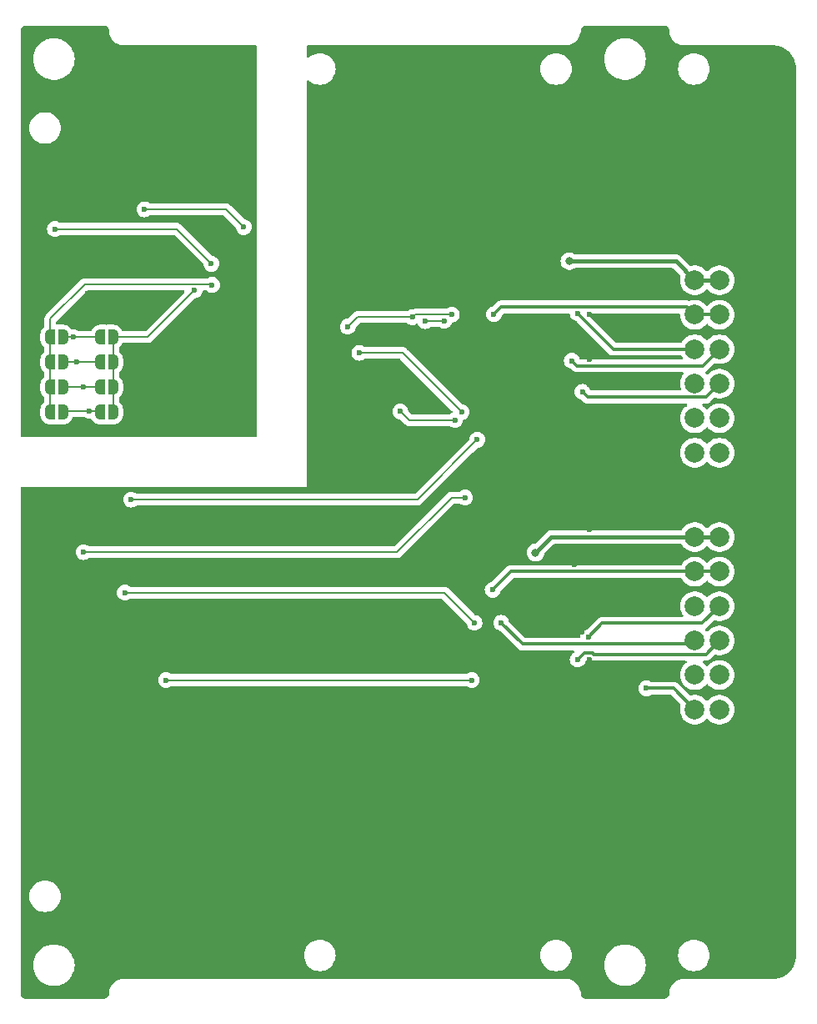
<source format=gbr>
%TF.GenerationSoftware,KiCad,Pcbnew,8.0.7-8.0.7-0~ubuntu24.04.1*%
%TF.CreationDate,2025-01-21T09:02:30+03:00*%
%TF.ProjectId,PM-AI4-W,504d2d41-4934-42d5-972e-6b696361645f,rev?*%
%TF.SameCoordinates,Original*%
%TF.FileFunction,Copper,L2,Bot*%
%TF.FilePolarity,Positive*%
%FSLAX46Y46*%
G04 Gerber Fmt 4.6, Leading zero omitted, Abs format (unit mm)*
G04 Created by KiCad (PCBNEW 8.0.7-8.0.7-0~ubuntu24.04.1) date 2025-01-21 09:02:30*
%MOMM*%
%LPD*%
G01*
G04 APERTURE LIST*
G04 Aperture macros list*
%AMFreePoly0*
4,1,19,0.500000,-0.750000,0.000000,-0.750000,0.000000,-0.744911,-0.071157,-0.744911,-0.207708,-0.704816,-0.327430,-0.627875,-0.420627,-0.520320,-0.479746,-0.390866,-0.500000,-0.250000,-0.500000,0.250000,-0.479746,0.390866,-0.420627,0.520320,-0.327430,0.627875,-0.207708,0.704816,-0.071157,0.744911,0.000000,0.744911,0.000000,0.750000,0.500000,0.750000,0.500000,-0.750000,0.500000,-0.750000,
$1*%
%AMFreePoly1*
4,1,19,0.000000,0.744911,0.071157,0.744911,0.207708,0.704816,0.327430,0.627875,0.420627,0.520320,0.479746,0.390866,0.500000,0.250000,0.500000,-0.250000,0.479746,-0.390866,0.420627,-0.520320,0.327430,-0.627875,0.207708,-0.704816,0.071157,-0.744911,0.000000,-0.744911,0.000000,-0.750000,-0.500000,-0.750000,-0.500000,0.750000,0.000000,0.750000,0.000000,0.744911,0.000000,0.744911,
$1*%
G04 Aperture macros list end*
%TA.AperFunction,ComponentPad*%
%ADD10C,2.000000*%
%TD*%
%TA.AperFunction,SMDPad,CuDef*%
%ADD11FreePoly0,0.000000*%
%TD*%
%TA.AperFunction,SMDPad,CuDef*%
%ADD12FreePoly1,0.000000*%
%TD*%
%TA.AperFunction,SMDPad,CuDef*%
%ADD13FreePoly0,180.000000*%
%TD*%
%TA.AperFunction,SMDPad,CuDef*%
%ADD14FreePoly1,180.000000*%
%TD*%
%TA.AperFunction,ViaPad*%
%ADD15C,0.600000*%
%TD*%
%TA.AperFunction,ViaPad*%
%ADD16C,0.800000*%
%TD*%
%TA.AperFunction,Conductor*%
%ADD17C,0.200000*%
%TD*%
%TA.AperFunction,Conductor*%
%ADD18C,0.400000*%
%TD*%
%TA.AperFunction,Conductor*%
%ADD19C,0.300000*%
%TD*%
G04 APERTURE END LIST*
D10*
%TO.P,J4,1,Pin_1*%
%TO.N,AGND*%
X19090000Y2540000D03*
%TO.P,J4,2,Pin_3*%
%TO.N,/0.SIG-*%
X19090000Y6040000D03*
%TO.P,J4,3,3*%
%TO.N,/0.SIG+*%
X19090000Y9540000D03*
%TO.P,J4,4,4*%
%TO.N,/0.SENSE-*%
X19090000Y13040000D03*
%TO.P,J4,5,Pin_9*%
%TO.N,/0.SENSE+*%
X19090000Y16540000D03*
%TO.P,J4,6,Pin_9*%
%TO.N,/0.EXC-*%
X19090000Y20040000D03*
%TO.P,J4,7,Pin_9*%
%TO.N,AVDD*%
X19090000Y23540000D03*
%TO.P,J4,8,Pin_2*%
%TO.N,AGND*%
X21590000Y2540000D03*
%TO.P,J4,9,Pin_4*%
%TO.N,/1.SIG-*%
X21590000Y6040000D03*
%TO.P,J4,10,Pin_6*%
%TO.N,/1.SIG+*%
X21590000Y9540000D03*
%TO.P,J4,11,Pin_8*%
%TO.N,/1.SENSE-*%
X21590000Y13040000D03*
%TO.P,J4,12,Pin_10*%
%TO.N,/1.SENSE+*%
X21590000Y16540000D03*
%TO.P,J4,13,Pin_10*%
%TO.N,/0.EXC-*%
X21590000Y20040000D03*
%TO.P,J4,14,Pin_10*%
%TO.N,AVDD*%
X21590000Y23540000D03*
%TD*%
%TO.P,J5,1,Pin_1*%
%TO.N,AGND*%
X19090000Y-23540000D03*
%TO.P,J5,2,Pin_3*%
%TO.N,/2.SIG-*%
X19090000Y-20040000D03*
%TO.P,J5,3,3*%
%TO.N,/2.SIG+*%
X19090000Y-16540000D03*
%TO.P,J5,4,4*%
%TO.N,/2.SENSE-*%
X19090000Y-13040000D03*
%TO.P,J5,5,Pin_9*%
%TO.N,/2.SENSE+*%
X19090000Y-9540000D03*
%TO.P,J5,6,Pin_9*%
%TO.N,/2.EXC-*%
X19090000Y-6040000D03*
%TO.P,J5,7,Pin_9*%
%TO.N,AVDD*%
X19090000Y-2540000D03*
%TO.P,J5,8,Pin_2*%
%TO.N,AGND*%
X21590000Y-23540000D03*
%TO.P,J5,9,Pin_4*%
%TO.N,/3.SIG-*%
X21590000Y-20040000D03*
%TO.P,J5,10,Pin_6*%
%TO.N,/3.SIG+*%
X21590000Y-16540000D03*
%TO.P,J5,11,Pin_8*%
%TO.N,/3.SENSE-*%
X21590000Y-13040000D03*
%TO.P,J5,12,Pin_10*%
%TO.N,/3.SENSE+*%
X21590000Y-9540000D03*
%TO.P,J5,13,Pin_10*%
%TO.N,/2.EXC-*%
X21590000Y-6040000D03*
%TO.P,J5,14,Pin_10*%
%TO.N,AVDD*%
X21590000Y-2540000D03*
%TD*%
D11*
%TO.P,JP4,1,A*%
%TO.N,/CS3*%
X-41290000Y10160000D03*
D12*
%TO.P,JP4,2,B*%
%TO.N,Net-(JP1-B)*%
X-39990000Y10160000D03*
%TD*%
D11*
%TO.P,JP1,1,A*%
%TO.N,/CS0*%
X-41290000Y17780000D03*
D12*
%TO.P,JP1,2,B*%
%TO.N,Net-(JP1-B)*%
X-39990000Y17780000D03*
%TD*%
D13*
%TO.P,JP6,1,A*%
%TO.N,/CS1*%
X-45070000Y15240000D03*
D14*
%TO.P,JP6,2,B*%
%TO.N,Net-(JP5-B)*%
X-46370000Y15240000D03*
%TD*%
D13*
%TO.P,JP8,1,A*%
%TO.N,/CS3*%
X-45070000Y10160000D03*
D14*
%TO.P,JP8,2,B*%
%TO.N,Net-(JP5-B)*%
X-46370000Y10160000D03*
%TD*%
D11*
%TO.P,JP2,1,A*%
%TO.N,/CS1*%
X-41290000Y15240000D03*
D12*
%TO.P,JP2,2,B*%
%TO.N,Net-(JP1-B)*%
X-39990000Y15240000D03*
%TD*%
D13*
%TO.P,JP7,1,A*%
%TO.N,/CS2*%
X-45070000Y12700000D03*
D14*
%TO.P,JP7,2,B*%
%TO.N,Net-(JP5-B)*%
X-46370000Y12700000D03*
%TD*%
D13*
%TO.P,JP5,1,A*%
%TO.N,/CS0*%
X-45070000Y17780000D03*
D14*
%TO.P,JP5,2,B*%
%TO.N,Net-(JP5-B)*%
X-46370000Y17780000D03*
%TD*%
D11*
%TO.P,JP3,1,A*%
%TO.N,/CS2*%
X-41290000Y12700000D03*
D12*
%TO.P,JP3,2,B*%
%TO.N,Net-(JP1-B)*%
X-39990000Y12700000D03*
%TD*%
D15*
%TO.N,/MOSI*%
X-36806700Y30742800D03*
X-26726600Y28942900D03*
%TO.N,GND*%
X-42545000Y20955000D03*
X-38100000Y38100000D03*
X-42545000Y38100000D03*
X-42545000Y36195000D03*
X-38100000Y36195000D03*
X-40005000Y20955000D03*
X-34290000Y26035000D03*
X-42545000Y22225000D03*
X-40640000Y25400000D03*
X-32385000Y26035000D03*
X-41275000Y20955000D03*
X-34290000Y27305000D03*
X-42545000Y24130000D03*
%TO.N,/SCK_ISO*%
X-10825200Y10218200D03*
X-5277800Y9338800D03*
%TO.N,AGND*%
X-40025400Y-1323000D03*
X-534700Y25331700D03*
X-915000Y10975400D03*
X7622300Y-12202700D03*
X-5080000Y-3333700D03*
X8395000Y7346400D03*
X-2540000Y24602700D03*
X-5080000Y24644500D03*
X6845000Y-5359600D03*
X-8018600Y-2607800D03*
X-14605000Y39839100D03*
X-19420400Y18573400D03*
X8395000Y-9886700D03*
X8395000Y22612800D03*
X-2540000Y-3329000D03*
X-2865000Y19705500D03*
X-19427600Y38900600D03*
X8395000Y20057400D03*
X8395000Y-14948400D03*
X8395000Y-1786300D03*
X782800Y28922200D03*
X6845000Y-20056900D03*
X-7620000Y25364800D03*
X-7620000Y28747300D03*
X-43809400Y-15176500D03*
X-2865000Y-7956500D03*
X8395000Y-22592500D03*
X-2215000Y16672700D03*
X-13195000Y28298000D03*
X8395000Y12961100D03*
X-16535200Y33824200D03*
X8395000Y15505700D03*
X8395000Y9887500D03*
X-12700000Y39849800D03*
X-100Y-2580600D03*
X-40386000Y-18657500D03*
X-1193400Y-16992500D03*
D16*
%TO.N,AVDD*%
X6354600Y25481400D03*
X2922100Y-4107000D03*
D15*
%TO.N,/MOSI_ISO*%
X-8290500Y19395500D03*
X-6371500Y19431000D03*
%TO.N,/MISO_ISO*%
X-9606400Y19794700D03*
X-16151800Y18827300D03*
X-5588000Y20065600D03*
%TO.N,/SCK*%
X-30017000Y25221000D03*
X-45895800Y28748500D03*
%TO.N,/CS2*%
X-43018000Y12700000D03*
%TO.N,/CS3*%
X-42418000Y10287000D03*
%TO.N,/0.SENSE+*%
X7196000Y20172700D03*
%TO.N,/0.EXC-*%
X-1311500Y20088100D03*
%TO.N,/1.SENSE+*%
X6602100Y15370300D03*
%TO.N,/1.SENSE-*%
X7668800Y12218000D03*
%TO.N,/2.EXC-*%
X-1439600Y-7890300D03*
%TO.N,/2.SIG-*%
X14175500Y-17893400D03*
%TO.N,/2.SENSE-*%
X-576100Y-11241600D03*
%TO.N,/3.SENSE+*%
X8278000Y-12700000D03*
%TO.N,/3.SENSE-*%
X7196000Y-14964100D03*
%TO.N,/CS0_ISO*%
X-14981100Y16177000D03*
X-4584500Y10153500D03*
%TO.N,/CS0*%
X-44053000Y17780000D03*
%TO.N,/CS1*%
X-43653000Y15240000D03*
%TO.N,/LED1*%
X-4258800Y1469800D03*
X-42979300Y-4061600D03*
%TO.N,/LED2*%
X-38804600Y-8172000D03*
X-3289600Y-11241600D03*
%TO.N,/LED3*%
X-3574800Y-17054200D03*
X-34602100Y-17053000D03*
%TO.N,/LED0*%
X-3003500Y7353400D03*
X-38153300Y1270200D03*
%TO.N,Net-(JP1-B)*%
X-31722600Y22515100D03*
%TO.N,Net-(JP5-B)*%
X-29935700Y23063300D03*
%TD*%
D17*
%TO.N,/MOSI*%
X-28526500Y30742800D02*
X-36806700Y30742800D01*
X-26726600Y28942900D02*
X-28526500Y30742800D01*
%TO.N,/SCK_ISO*%
X-9945800Y9338800D02*
X-5277800Y9338800D01*
X-10825200Y10218200D02*
X-9945800Y9338800D01*
D18*
%TO.N,AVDD*%
X19090000Y-2540000D02*
X21590000Y-2540000D01*
X17148600Y25481400D02*
X19090000Y23540000D01*
X2922100Y-4107000D02*
X4489100Y-2540000D01*
X4489100Y-2540000D02*
X19090000Y-2540000D01*
X6354600Y25481400D02*
X17148600Y25481400D01*
X19090000Y23540000D02*
X21590000Y23540000D01*
D17*
%TO.N,/MOSI_ISO*%
X-6407000Y19395500D02*
X-6371500Y19431000D01*
X-8290500Y19395500D02*
X-6407000Y19395500D01*
%TO.N,/MISO_ISO*%
X-9606400Y19794700D02*
X-9542300Y19794700D01*
X-9542300Y19794700D02*
X-9271400Y20065600D01*
X-16151800Y18827300D02*
X-15184400Y19794700D01*
X-9271400Y20065600D02*
X-5588000Y20065600D01*
X-15184400Y19794700D02*
X-9606400Y19794700D01*
%TO.N,/SCK*%
X-33544500Y28748500D02*
X-30017000Y25221000D01*
X-45895800Y28748500D02*
X-33544500Y28748500D01*
%TO.N,/CS2*%
X-41290000Y12700000D02*
X-44432500Y12700000D01*
X-44432500Y12700000D02*
X-45070000Y12700000D01*
%TO.N,/CS3*%
X-44935400Y10294600D02*
X-45070000Y10160000D01*
X-42932000Y10294600D02*
X-44935400Y10294600D01*
X-41290000Y10160000D02*
X-41424600Y10294600D01*
X-41424600Y10294600D02*
X-42932000Y10294600D01*
D19*
%TO.N,/0.SENSE+*%
X19090000Y16540000D02*
X10828700Y16540000D01*
X10828700Y16540000D02*
X7196000Y20172700D01*
%TO.N,/0.EXC-*%
X18305600Y20824400D02*
X19090000Y20040000D01*
X-575200Y20824400D02*
X18305600Y20824400D01*
X19090000Y20040000D02*
X21590000Y20040000D01*
X-1311500Y20088100D02*
X-575200Y20824400D01*
%TO.N,/1.SENSE+*%
X21590000Y16540000D02*
X19903900Y14853900D01*
X7118500Y14853900D02*
X6602100Y15370300D01*
X19903900Y14853900D02*
X7118500Y14853900D01*
%TO.N,/1.SENSE-*%
X21590000Y13040000D02*
X20231000Y11681000D01*
X20231000Y11681000D02*
X8205800Y11681000D01*
X8205800Y11681000D02*
X7668800Y12218000D01*
%TO.N,/2.EXC-*%
X19090000Y-6040000D02*
X410700Y-6040000D01*
X410700Y-6040000D02*
X-1439600Y-7890300D01*
X19090000Y-6040000D02*
X21590000Y-6040000D01*
%TO.N,/2.SIG-*%
X16943400Y-17893400D02*
X19090000Y-20040000D01*
X14175500Y-17893400D02*
X16943400Y-17893400D01*
%TO.N,/2.SENSE-*%
X-576100Y-11241600D02*
X1585100Y-13402800D01*
X1585100Y-13402800D02*
X18727200Y-13402800D01*
X18727200Y-13402800D02*
X19090000Y-13040000D01*
%TO.N,/3.SENSE+*%
X9688000Y-11290000D02*
X19840000Y-11290000D01*
X19840000Y-11290000D02*
X21590000Y-9540000D01*
X8278000Y-12700000D02*
X9688000Y-11290000D01*
%TO.N,/3.SENSE-*%
X8846000Y-14433600D02*
X8692600Y-14280200D01*
X7879900Y-14280200D02*
X7196000Y-14964100D01*
X21590000Y-13040000D02*
X20196400Y-14433600D01*
X8692600Y-14280200D02*
X7879900Y-14280200D01*
X20196400Y-14433600D02*
X8846000Y-14433600D01*
D17*
%TO.N,/CS0_ISO*%
X-10608000Y16177000D02*
X-4584500Y10153500D01*
X-14981100Y16177000D02*
X-10608000Y16177000D01*
%TO.N,/CS0*%
X-41290000Y17780000D02*
X-45070000Y17780000D01*
%TO.N,/CS1*%
X-42724700Y15240000D02*
X-41290000Y15240000D01*
X-45070000Y15240000D02*
X-42724700Y15240000D01*
%TO.N,/LED1*%
X-5626500Y1469800D02*
X-11157900Y-4061600D01*
X-4258800Y1469800D02*
X-5626500Y1469800D01*
X-11157900Y-4061600D02*
X-42979300Y-4061600D01*
%TO.N,/LED2*%
X-38804600Y-8172000D02*
X-6359200Y-8172000D01*
X-6359200Y-8172000D02*
X-3289600Y-11241600D01*
%TO.N,/LED3*%
X-3576000Y-17053000D02*
X-3574800Y-17054200D01*
X-34602100Y-17053000D02*
X-3576000Y-17053000D01*
%TO.N,/LED0*%
X-38153300Y1270200D02*
X-9086700Y1270200D01*
X-9086700Y1270200D02*
X-3003500Y7353400D01*
%TO.N,Net-(JP1-B)*%
X-36457700Y17780000D02*
X-31722600Y22515100D01*
X-39990000Y17780000D02*
X-36457700Y17780000D01*
X-39990000Y15240000D02*
X-39990000Y12700000D01*
X-39990000Y17780000D02*
X-39990000Y15240000D01*
X-39990000Y12700000D02*
X-39990000Y10160000D01*
%TO.N,Net-(JP5-B)*%
X-29994200Y23121800D02*
X-42868000Y23121800D01*
X-46370000Y19619800D02*
X-46370000Y17780000D01*
X-42868000Y23121800D02*
X-46370000Y19619800D01*
X-29935700Y23063300D02*
X-29994200Y23121800D01*
X-46370000Y12700000D02*
X-46370000Y10160000D01*
X-46370000Y15240000D02*
X-46370000Y12700000D01*
X-46370000Y17780000D02*
X-46370000Y15240000D01*
%TD*%
%TA.AperFunction,Conductor*%
%TO.N,GND*%
G36*
X-32797959Y22501615D02*
G01*
X-32752204Y22448811D01*
X-32742260Y22379653D01*
X-32771285Y22316097D01*
X-32777317Y22309619D01*
X-36670116Y18416819D01*
X-36731439Y18383334D01*
X-36757797Y18380500D01*
X-38964986Y18380500D01*
X-39032025Y18400185D01*
X-39077780Y18452989D01*
X-39105221Y18513077D01*
X-39105226Y18513086D01*
X-39105230Y18513094D01*
X-39183014Y18634130D01*
X-39183015Y18634131D01*
X-39183016Y18634133D01*
X-39183019Y18634137D01*
X-39277153Y18742774D01*
X-39277162Y18742784D01*
X-39277168Y18742791D01*
X-39277171Y18742794D01*
X-39385909Y18837015D01*
X-39421142Y18859658D01*
X-39506858Y18914745D01*
X-39506864Y18914748D01*
X-39577972Y18947222D01*
X-39637741Y18974517D01*
X-39755350Y19009050D01*
X-39775692Y19015023D01*
X-39775704Y19015026D01*
X-39918111Y19035500D01*
X-40490000Y19035500D01*
X-40490003Y19035500D01*
X-40561939Y19030356D01*
X-40561944Y19030355D01*
X-40599265Y19019397D01*
X-40651842Y19015637D01*
X-40789999Y19035500D01*
X-40790000Y19035500D01*
X-41361889Y19035500D01*
X-41361890Y19035500D01*
X-41504297Y19015026D01*
X-41504309Y19015023D01*
X-41642259Y18974517D01*
X-41773137Y18914748D01*
X-41773139Y18914746D01*
X-41888477Y18840624D01*
X-41889917Y18839804D01*
X-41894099Y18837012D01*
X-42002831Y18742793D01*
X-42002834Y18742790D01*
X-42096982Y18634136D01*
X-42096985Y18634133D01*
X-42174769Y18513095D01*
X-42174780Y18513077D01*
X-42202220Y18452989D01*
X-42247975Y18400185D01*
X-42315014Y18380500D01*
X-43470588Y18380500D01*
X-43537627Y18400185D01*
X-43547903Y18407555D01*
X-43550737Y18409815D01*
X-43550738Y18409816D01*
X-43619447Y18452989D01*
X-43703477Y18505789D01*
X-43873746Y18565369D01*
X-43873751Y18565370D01*
X-44052996Y18585565D01*
X-44053003Y18585565D01*
X-44143181Y18575405D01*
X-44212003Y18587460D01*
X-44260309Y18630631D01*
X-44260364Y18630589D01*
X-44260571Y18630865D01*
X-44261382Y18631590D01*
X-44263014Y18634130D01*
X-44357168Y18742791D01*
X-44357171Y18742794D01*
X-44465909Y18837015D01*
X-44501142Y18859658D01*
X-44586858Y18914745D01*
X-44586864Y18914748D01*
X-44657972Y18947222D01*
X-44717741Y18974517D01*
X-44835350Y19009050D01*
X-44855692Y19015023D01*
X-44855704Y19015026D01*
X-44998111Y19035500D01*
X-45570000Y19035500D01*
X-45570008Y19035500D01*
X-45636656Y19030734D01*
X-45704929Y19045587D01*
X-45754333Y19094993D01*
X-45769500Y19154418D01*
X-45769500Y19319703D01*
X-45749815Y19386742D01*
X-45733181Y19407384D01*
X-42655584Y22484981D01*
X-42594261Y22518466D01*
X-42567903Y22521300D01*
X-32864998Y22521300D01*
X-32797959Y22501615D01*
G37*
%TD.AperFunction*%
%TA.AperFunction,Conductor*%
G36*
X-40893078Y49398720D02*
G01*
X-40802734Y49388541D01*
X-40775669Y49382364D01*
X-40696460Y49354648D01*
X-40671447Y49342602D01*
X-40600394Y49297957D01*
X-40578687Y49280645D01*
X-40519356Y49221314D01*
X-40502043Y49199605D01*
X-40457400Y49128556D01*
X-40445352Y49103538D01*
X-40417638Y49024334D01*
X-40411460Y48997265D01*
X-40401280Y48906924D01*
X-40400500Y48893039D01*
X-40400500Y48792683D01*
X-40369956Y48580236D01*
X-40369953Y48580226D01*
X-40309483Y48374285D01*
X-40220328Y48179062D01*
X-40220321Y48179049D01*
X-40104280Y47998486D01*
X-39963725Y47836276D01*
X-39839723Y47728828D01*
X-39801513Y47695719D01*
X-39672469Y47612789D01*
X-39620952Y47579680D01*
X-39620939Y47579673D01*
X-39425716Y47490518D01*
X-39425712Y47490517D01*
X-39425710Y47490516D01*
X-39219769Y47430046D01*
X-39219768Y47430046D01*
X-39219765Y47430045D01*
X-39156416Y47420938D01*
X-39007318Y47399500D01*
X-39007317Y47399500D01*
X-25524000Y47399500D01*
X-25456961Y47379815D01*
X-25411206Y47327011D01*
X-25400000Y47275500D01*
X-25400000Y7744000D01*
X-25419685Y7676961D01*
X-25472489Y7631206D01*
X-25524000Y7620000D01*
X-49275500Y7620000D01*
X-49342539Y7639685D01*
X-49388294Y7692489D01*
X-49399500Y7744000D01*
X-49399500Y18045591D01*
X-47375500Y18045591D01*
X-47375500Y17514427D01*
X-47375497Y17514399D01*
X-47375497Y17458059D01*
X-47356297Y17324522D01*
X-47356297Y17324519D01*
X-47355036Y17315745D01*
X-47314497Y17177687D01*
X-47254777Y17046919D01*
X-47254773Y17046913D01*
X-47254770Y17046906D01*
X-47221176Y16994632D01*
X-47176985Y16925868D01*
X-47176982Y16925864D01*
X-47082848Y16817227D01*
X-47082831Y16817208D01*
X-47082812Y16817191D01*
X-47013298Y16756957D01*
X-46975523Y16698179D01*
X-46970500Y16663244D01*
X-46970500Y16356757D01*
X-46990185Y16289718D01*
X-47013297Y16263045D01*
X-47082829Y16202793D01*
X-47082835Y16202788D01*
X-47176982Y16094136D01*
X-47176985Y16094133D01*
X-47254769Y15973095D01*
X-47254777Y15973082D01*
X-47311737Y15848357D01*
X-47313985Y15844061D01*
X-47355034Y15704262D01*
X-47355035Y15704256D01*
X-47375497Y15561941D01*
X-47375497Y15505601D01*
X-47375500Y15505591D01*
X-47375500Y14974427D01*
X-47375497Y14974399D01*
X-47375497Y14918061D01*
X-47356297Y14784522D01*
X-47356297Y14784519D01*
X-47355036Y14775745D01*
X-47314497Y14637687D01*
X-47254777Y14506919D01*
X-47254773Y14506913D01*
X-47254770Y14506906D01*
X-47221176Y14454632D01*
X-47176985Y14385868D01*
X-47176982Y14385864D01*
X-47082848Y14277227D01*
X-47082831Y14277208D01*
X-47082812Y14277191D01*
X-47013298Y14216957D01*
X-46975523Y14158179D01*
X-46970500Y14123244D01*
X-46970500Y13816757D01*
X-46990185Y13749718D01*
X-47013297Y13723045D01*
X-47082829Y13662793D01*
X-47082835Y13662788D01*
X-47176982Y13554136D01*
X-47176985Y13554133D01*
X-47254769Y13433095D01*
X-47254777Y13433082D01*
X-47311737Y13308357D01*
X-47313985Y13304061D01*
X-47355034Y13164262D01*
X-47355035Y13164256D01*
X-47375497Y13021941D01*
X-47375497Y12965601D01*
X-47375500Y12965591D01*
X-47375500Y12434427D01*
X-47375497Y12434399D01*
X-47375497Y12378061D01*
X-47356297Y12244522D01*
X-47356297Y12244519D01*
X-47355036Y12235745D01*
X-47314497Y12097687D01*
X-47254777Y11966919D01*
X-47254773Y11966913D01*
X-47254770Y11966906D01*
X-47221176Y11914632D01*
X-47176985Y11845868D01*
X-47176982Y11845864D01*
X-47082848Y11737227D01*
X-47082831Y11737208D01*
X-47082812Y11737191D01*
X-47013298Y11676957D01*
X-46975523Y11618179D01*
X-46970500Y11583244D01*
X-46970500Y11276757D01*
X-46990185Y11209718D01*
X-47013297Y11183045D01*
X-47082829Y11122793D01*
X-47082835Y11122788D01*
X-47176982Y11014136D01*
X-47176985Y11014133D01*
X-47216875Y10952061D01*
X-47241266Y10914106D01*
X-47254769Y10893095D01*
X-47254777Y10893082D01*
X-47311737Y10768357D01*
X-47313985Y10764061D01*
X-47355034Y10624262D01*
X-47355035Y10624256D01*
X-47375497Y10481941D01*
X-47375497Y10425601D01*
X-47375500Y10425591D01*
X-47375500Y9894427D01*
X-47375497Y9894399D01*
X-47375497Y9838061D01*
X-47356297Y9704522D01*
X-47356297Y9704519D01*
X-47355036Y9695745D01*
X-47314497Y9557687D01*
X-47254777Y9426919D01*
X-47254773Y9426913D01*
X-47254770Y9426906D01*
X-47194251Y9332736D01*
X-47176985Y9305868D01*
X-47176982Y9305864D01*
X-47082848Y9197227D01*
X-47082832Y9197209D01*
X-47082829Y9197206D01*
X-46974091Y9102985D01*
X-46913614Y9064119D01*
X-46853143Y9025256D01*
X-46853137Y9025253D01*
X-46722259Y8965483D01*
X-46584304Y8924976D01*
X-46441889Y8904500D01*
X-46441886Y8904500D01*
X-45870000Y8904500D01*
X-45798060Y8909645D01*
X-45760741Y8920604D01*
X-45708159Y8924364D01*
X-45570000Y8904500D01*
X-45569997Y8904500D01*
X-44998114Y8904500D01*
X-44998111Y8904500D01*
X-44855696Y8924976D01*
X-44717741Y8965483D01*
X-44586863Y9025253D01*
X-44471523Y9099378D01*
X-44470085Y9100196D01*
X-44465902Y9102989D01*
X-44416983Y9145380D01*
X-44357168Y9197209D01*
X-44263014Y9305870D01*
X-44185230Y9426906D01*
X-44128258Y9551658D01*
X-44126014Y9555947D01*
X-44125502Y9557692D01*
X-44125501Y9557692D01*
X-44111600Y9605036D01*
X-44073826Y9663813D01*
X-44010270Y9692838D01*
X-43992623Y9694100D01*
X-43011057Y9694100D01*
X-43008540Y9694100D01*
X-42941501Y9674415D01*
X-42920859Y9657781D01*
X-42920262Y9657184D01*
X-42767522Y9561211D01*
X-42752478Y9555947D01*
X-42597255Y9501632D01*
X-42597250Y9501631D01*
X-42418004Y9481435D01*
X-42418000Y9481435D01*
X-42417997Y9481435D01*
X-42299690Y9494765D01*
X-42230868Y9482711D01*
X-42179488Y9435362D01*
X-42177033Y9430703D01*
X-42176886Y9430783D01*
X-42174776Y9426919D01*
X-42174770Y9426906D01*
X-42174766Y9426900D01*
X-42096985Y9305868D01*
X-42096982Y9305864D01*
X-42002848Y9197227D01*
X-42002832Y9197209D01*
X-42002829Y9197206D01*
X-41894091Y9102985D01*
X-41833614Y9064119D01*
X-41773143Y9025256D01*
X-41773137Y9025253D01*
X-41642259Y8965483D01*
X-41504304Y8924976D01*
X-41361889Y8904500D01*
X-41361886Y8904500D01*
X-40790000Y8904500D01*
X-40718060Y8909645D01*
X-40680741Y8920604D01*
X-40628159Y8924364D01*
X-40490000Y8904500D01*
X-40489997Y8904500D01*
X-39918114Y8904500D01*
X-39918111Y8904500D01*
X-39775696Y8924976D01*
X-39637741Y8965483D01*
X-39506863Y9025253D01*
X-39391523Y9099378D01*
X-39390085Y9100196D01*
X-39385902Y9102989D01*
X-39336983Y9145380D01*
X-39277168Y9197209D01*
X-39183014Y9305870D01*
X-39105230Y9426906D01*
X-39048258Y9551658D01*
X-39046014Y9555947D01*
X-39045502Y9557692D01*
X-39045501Y9557692D01*
X-39004965Y9695744D01*
X-38984503Y9838059D01*
X-38984503Y9894399D01*
X-38984500Y9894410D01*
X-38984500Y10425574D01*
X-38984503Y10425601D01*
X-38984503Y10481940D01*
X-39004965Y10624256D01*
X-39004966Y10624261D01*
X-39045502Y10762308D01*
X-39045502Y10762309D01*
X-39048264Y10768357D01*
X-39105224Y10893082D01*
X-39105227Y10893086D01*
X-39105230Y10893094D01*
X-39183014Y11014130D01*
X-39183015Y11014131D01*
X-39183016Y11014133D01*
X-39183019Y11014137D01*
X-39277153Y11122774D01*
X-39277162Y11122784D01*
X-39277168Y11122791D01*
X-39277171Y11122794D01*
X-39277189Y11122810D01*
X-39346702Y11183043D01*
X-39384477Y11241821D01*
X-39389500Y11276756D01*
X-39389500Y11583244D01*
X-39369815Y11650283D01*
X-39346707Y11676954D01*
X-39277168Y11737209D01*
X-39183014Y11845870D01*
X-39105230Y11966906D01*
X-39048258Y12091658D01*
X-39046014Y12095947D01*
X-39045502Y12097692D01*
X-39045501Y12097692D01*
X-39004965Y12235744D01*
X-38984503Y12378059D01*
X-38984503Y12434399D01*
X-38984500Y12434410D01*
X-38984500Y12965574D01*
X-38984503Y12965601D01*
X-38984503Y13021940D01*
X-39004965Y13164256D01*
X-39004966Y13164261D01*
X-39044971Y13300500D01*
X-39045502Y13302309D01*
X-39048264Y13308357D01*
X-39105224Y13433082D01*
X-39105227Y13433086D01*
X-39105230Y13433094D01*
X-39183014Y13554130D01*
X-39183015Y13554131D01*
X-39183016Y13554133D01*
X-39183019Y13554137D01*
X-39277153Y13662774D01*
X-39277162Y13662784D01*
X-39277168Y13662791D01*
X-39277171Y13662794D01*
X-39277189Y13662810D01*
X-39346702Y13723043D01*
X-39384477Y13781821D01*
X-39389500Y13816756D01*
X-39389500Y14123244D01*
X-39369815Y14190283D01*
X-39346707Y14216954D01*
X-39277168Y14277209D01*
X-39183014Y14385870D01*
X-39105230Y14506906D01*
X-39048258Y14631658D01*
X-39046014Y14635947D01*
X-39045502Y14637692D01*
X-39045501Y14637692D01*
X-39004965Y14775744D01*
X-38984503Y14918059D01*
X-38984503Y14974399D01*
X-38984500Y14974410D01*
X-38984500Y15505574D01*
X-38984503Y15505601D01*
X-38984503Y15561940D01*
X-39004965Y15704256D01*
X-39004966Y15704261D01*
X-39045502Y15842308D01*
X-39045502Y15842309D01*
X-39048264Y15848357D01*
X-39105224Y15973082D01*
X-39105227Y15973086D01*
X-39105230Y15973094D01*
X-39183014Y16094130D01*
X-39183015Y16094131D01*
X-39183016Y16094133D01*
X-39183019Y16094137D01*
X-39277153Y16202774D01*
X-39277162Y16202784D01*
X-39277168Y16202791D01*
X-39277171Y16202794D01*
X-39277189Y16202810D01*
X-39346702Y16263043D01*
X-39384477Y16321821D01*
X-39389500Y16356756D01*
X-39389500Y16663244D01*
X-39369815Y16730283D01*
X-39346707Y16756954D01*
X-39277168Y16817209D01*
X-39183014Y16925870D01*
X-39105230Y17046906D01*
X-39105225Y17046919D01*
X-39105221Y17046924D01*
X-39077780Y17107011D01*
X-39032025Y17159815D01*
X-38964986Y17179500D01*
X-36544369Y17179500D01*
X-36544353Y17179499D01*
X-36536757Y17179499D01*
X-36378646Y17179499D01*
X-36378643Y17179499D01*
X-36225915Y17220423D01*
X-36175796Y17249361D01*
X-36088984Y17299480D01*
X-35977180Y17411284D01*
X-35977180Y17411286D01*
X-35966972Y17421493D01*
X-35966971Y17421496D01*
X-31704064Y21684402D01*
X-31642743Y21717885D01*
X-31630290Y21719937D01*
X-31543345Y21729732D01*
X-31373078Y21789311D01*
X-31220338Y21885284D01*
X-31092784Y22012838D01*
X-30996811Y22165578D01*
X-30937232Y22335845D01*
X-30932296Y22379653D01*
X-30928743Y22411183D01*
X-30901677Y22475597D01*
X-30844082Y22515152D01*
X-30805523Y22521300D01*
X-30577140Y22521300D01*
X-30510101Y22501615D01*
X-30489459Y22484981D01*
X-30437962Y22433484D01*
X-30285222Y22337511D01*
X-30224024Y22316097D01*
X-30114955Y22277932D01*
X-30114950Y22277931D01*
X-29935704Y22257735D01*
X-29935700Y22257735D01*
X-29935696Y22257735D01*
X-29756451Y22277931D01*
X-29756448Y22277932D01*
X-29756445Y22277932D01*
X-29586178Y22337511D01*
X-29433438Y22433484D01*
X-29305884Y22561038D01*
X-29209911Y22713778D01*
X-29150332Y22884045D01*
X-29130135Y23063300D01*
X-29150332Y23242555D01*
X-29209911Y23412822D01*
X-29305884Y23565562D01*
X-29433438Y23693116D01*
X-29479884Y23722300D01*
X-29586177Y23789089D01*
X-29756446Y23848669D01*
X-29756451Y23848670D01*
X-29935696Y23868865D01*
X-29935704Y23868865D01*
X-30114950Y23848670D01*
X-30114955Y23848669D01*
X-30285223Y23789089D01*
X-30361268Y23741306D01*
X-30427240Y23722300D01*
X-42781331Y23722300D01*
X-42781347Y23722301D01*
X-42788943Y23722301D01*
X-42947057Y23722301D01*
X-43054413Y23693535D01*
X-43099790Y23681376D01*
X-43099791Y23681375D01*
X-43149904Y23652441D01*
X-43149905Y23652440D01*
X-43193311Y23627380D01*
X-43236715Y23602321D01*
X-43236718Y23602319D01*
X-46850519Y19988518D01*
X-46850521Y19988515D01*
X-46900639Y19901706D01*
X-46900641Y19901704D01*
X-46929575Y19851591D01*
X-46929576Y19851590D01*
X-46929577Y19851585D01*
X-46970501Y19698857D01*
X-46970501Y19698855D01*
X-46970501Y19530754D01*
X-46970500Y19530741D01*
X-46970500Y18896757D01*
X-46990185Y18829718D01*
X-47013297Y18803045D01*
X-47082829Y18742793D01*
X-47082835Y18742788D01*
X-47176982Y18634136D01*
X-47176985Y18634133D01*
X-47254769Y18513095D01*
X-47254777Y18513082D01*
X-47311737Y18388357D01*
X-47313985Y18384061D01*
X-47355034Y18244262D01*
X-47355037Y18244252D01*
X-47375497Y18101941D01*
X-47375497Y18045601D01*
X-47375500Y18045591D01*
X-49399500Y18045591D01*
X-49399500Y28748504D01*
X-46701365Y28748504D01*
X-46701365Y28748497D01*
X-46681170Y28569251D01*
X-46681169Y28569246D01*
X-46621589Y28398977D01*
X-46567619Y28313085D01*
X-46525616Y28246238D01*
X-46398062Y28118684D01*
X-46245322Y28022711D01*
X-46075055Y27963132D01*
X-46075050Y27963131D01*
X-45895804Y27942935D01*
X-45895800Y27942935D01*
X-45895796Y27942935D01*
X-45716551Y27963131D01*
X-45716548Y27963132D01*
X-45716545Y27963132D01*
X-45546278Y28022711D01*
X-45393538Y28118684D01*
X-45393533Y28118690D01*
X-45390703Y28120945D01*
X-45388525Y28121835D01*
X-45387642Y28122389D01*
X-45387545Y28122235D01*
X-45326017Y28147355D01*
X-45313388Y28148000D01*
X-33844597Y28148000D01*
X-33777558Y28128315D01*
X-33756916Y28111681D01*
X-30847702Y25202467D01*
X-30814217Y25141144D01*
X-30812163Y25128670D01*
X-30802370Y25041751D01*
X-30742790Y24871479D01*
X-30646816Y24718738D01*
X-30519262Y24591184D01*
X-30366522Y24495211D01*
X-30196255Y24435632D01*
X-30196250Y24435631D01*
X-30017004Y24415435D01*
X-30017000Y24415435D01*
X-30016996Y24415435D01*
X-29837751Y24435631D01*
X-29837748Y24435632D01*
X-29837745Y24435632D01*
X-29667478Y24495211D01*
X-29514738Y24591184D01*
X-29387184Y24718738D01*
X-29291211Y24871478D01*
X-29231632Y25041745D01*
X-29221838Y25128670D01*
X-29211435Y25220997D01*
X-29211435Y25221004D01*
X-29231631Y25400250D01*
X-29231632Y25400255D01*
X-29291212Y25570524D01*
X-29387185Y25723263D01*
X-29514738Y25850816D01*
X-29667479Y25946790D01*
X-29837751Y26006370D01*
X-29924670Y26016163D01*
X-29989084Y26043230D01*
X-29998467Y26051702D01*
X-33056910Y29110145D01*
X-33056912Y29110148D01*
X-33175783Y29229019D01*
X-33175788Y29229023D01*
X-33285600Y29292422D01*
X-33285602Y29292423D01*
X-33285604Y29292424D01*
X-33312715Y29308077D01*
X-33465443Y29349001D01*
X-33623557Y29349001D01*
X-33631153Y29349001D01*
X-33631169Y29349000D01*
X-45313388Y29349000D01*
X-45380427Y29368685D01*
X-45390703Y29376055D01*
X-45393537Y29378315D01*
X-45393538Y29378316D01*
X-45450304Y29413985D01*
X-45546277Y29474289D01*
X-45716546Y29533869D01*
X-45716551Y29533870D01*
X-45895796Y29554065D01*
X-45895804Y29554065D01*
X-46075050Y29533870D01*
X-46075055Y29533869D01*
X-46245324Y29474289D01*
X-46398063Y29378316D01*
X-46525616Y29250763D01*
X-46621589Y29098024D01*
X-46681169Y28927755D01*
X-46681170Y28927750D01*
X-46701365Y28748504D01*
X-49399500Y28748504D01*
X-49399500Y30742804D01*
X-37612265Y30742804D01*
X-37612265Y30742797D01*
X-37592070Y30563551D01*
X-37592069Y30563546D01*
X-37532489Y30393277D01*
X-37436516Y30240538D01*
X-37308962Y30112984D01*
X-37156222Y30017011D01*
X-36985955Y29957432D01*
X-36985950Y29957431D01*
X-36806704Y29937235D01*
X-36806700Y29937235D01*
X-36806696Y29937235D01*
X-36627451Y29957431D01*
X-36627448Y29957432D01*
X-36627445Y29957432D01*
X-36457178Y30017011D01*
X-36304438Y30112984D01*
X-36304433Y30112990D01*
X-36301603Y30115245D01*
X-36299425Y30116135D01*
X-36298542Y30116689D01*
X-36298445Y30116535D01*
X-36236917Y30141655D01*
X-36224288Y30142300D01*
X-28826597Y30142300D01*
X-28759558Y30122615D01*
X-28738916Y30105981D01*
X-27557302Y28924367D01*
X-27523817Y28863044D01*
X-27521763Y28850570D01*
X-27511970Y28763651D01*
X-27452390Y28593379D01*
X-27356416Y28440638D01*
X-27228862Y28313084D01*
X-27076122Y28217111D01*
X-26905855Y28157532D01*
X-26905850Y28157531D01*
X-26726604Y28137335D01*
X-26726600Y28137335D01*
X-26726596Y28137335D01*
X-26547351Y28157531D01*
X-26547348Y28157532D01*
X-26547345Y28157532D01*
X-26377078Y28217111D01*
X-26224338Y28313084D01*
X-26096784Y28440638D01*
X-26000811Y28593378D01*
X-25941232Y28763645D01*
X-25931438Y28850570D01*
X-25921035Y28942897D01*
X-25921035Y28942904D01*
X-25941231Y29122150D01*
X-25941232Y29122155D01*
X-26000811Y29292422D01*
X-26096784Y29445162D01*
X-26224338Y29572716D01*
X-26377079Y29668690D01*
X-26547351Y29728270D01*
X-26634270Y29738063D01*
X-26698684Y29765130D01*
X-26708067Y29773602D01*
X-28038910Y31104445D01*
X-28038912Y31104448D01*
X-28157783Y31223319D01*
X-28157791Y31223325D01*
X-28259564Y31282083D01*
X-28259566Y31282084D01*
X-28294710Y31302375D01*
X-28294711Y31302376D01*
X-28307237Y31305733D01*
X-28447443Y31343301D01*
X-28605557Y31343301D01*
X-28613153Y31343301D01*
X-28613169Y31343300D01*
X-36224288Y31343300D01*
X-36291327Y31362985D01*
X-36301603Y31370355D01*
X-36304437Y31372615D01*
X-36304438Y31372616D01*
X-36361204Y31408285D01*
X-36457177Y31468589D01*
X-36627446Y31528169D01*
X-36627451Y31528170D01*
X-36806696Y31548365D01*
X-36806704Y31548365D01*
X-36985950Y31528170D01*
X-36985955Y31528169D01*
X-37156224Y31468589D01*
X-37308963Y31372616D01*
X-37436516Y31245063D01*
X-37532489Y31092324D01*
X-37592069Y30922055D01*
X-37592070Y30922050D01*
X-37612265Y30742804D01*
X-49399500Y30742804D01*
X-49399500Y39000000D01*
X-48505449Y39000000D01*
X-48485683Y38748849D01*
X-48426874Y38503890D01*
X-48330467Y38271141D01*
X-48198840Y38056347D01*
X-48198839Y38056344D01*
X-48198836Y38056341D01*
X-48035224Y37864776D01*
X-47886934Y37738125D01*
X-47843657Y37701162D01*
X-47843654Y37701161D01*
X-47628860Y37569534D01*
X-47396111Y37473127D01*
X-47151148Y37414317D01*
X-46900000Y37394551D01*
X-46648852Y37414317D01*
X-46403889Y37473127D01*
X-46171141Y37569534D01*
X-45956341Y37701164D01*
X-45764776Y37864776D01*
X-45601164Y38056341D01*
X-45469534Y38271141D01*
X-45373127Y38503889D01*
X-45314317Y38748852D01*
X-45294551Y39000000D01*
X-45314317Y39251148D01*
X-45373127Y39496111D01*
X-45469534Y39728859D01*
X-45469534Y39728860D01*
X-45601161Y39943654D01*
X-45601162Y39943657D01*
X-45638125Y39986934D01*
X-45764776Y40135224D01*
X-45891429Y40243396D01*
X-45956344Y40298839D01*
X-45956347Y40298840D01*
X-46171141Y40430467D01*
X-46403890Y40526874D01*
X-46648849Y40585683D01*
X-46900000Y40605449D01*
X-47151152Y40585683D01*
X-47396111Y40526874D01*
X-47628860Y40430467D01*
X-47843654Y40298840D01*
X-47843657Y40298839D01*
X-48035224Y40135224D01*
X-48198839Y39943657D01*
X-48198840Y39943654D01*
X-48330467Y39728860D01*
X-48426874Y39496111D01*
X-48485683Y39251152D01*
X-48505449Y39000000D01*
X-49399500Y39000000D01*
X-49399500Y46000000D01*
X-48105408Y46000000D01*
X-48085799Y45713320D01*
X-48027334Y45431966D01*
X-48027333Y45431963D01*
X-47931106Y45161207D01*
X-47931107Y45161207D01*
X-47798902Y44906065D01*
X-47633188Y44671300D01*
X-47548077Y44580169D01*
X-47437053Y44461292D01*
X-47214147Y44279945D01*
X-46968618Y44130635D01*
X-46781763Y44049474D01*
X-46705058Y44016156D01*
X-46428358Y43938629D01*
X-46178080Y43904229D01*
X-46143679Y43899500D01*
X-46143678Y43899500D01*
X-45856321Y43899500D01*
X-45825630Y43903719D01*
X-45571642Y43938629D01*
X-45294942Y44016156D01*
X-45181985Y44065221D01*
X-45031383Y44130635D01*
X-45031380Y44130637D01*
X-45031375Y44130639D01*
X-44785853Y44279945D01*
X-44562947Y44461292D01*
X-44366811Y44671302D01*
X-44201099Y44906064D01*
X-44068896Y45161203D01*
X-43972666Y45431968D01*
X-43914202Y45713314D01*
X-43894592Y46000000D01*
X-43914202Y46286686D01*
X-43972666Y46568032D01*
X-44068895Y46838794D01*
X-44068894Y46838794D01*
X-44201099Y47093936D01*
X-44366813Y47328701D01*
X-44461464Y47430046D01*
X-44562947Y47538708D01*
X-44755942Y47695721D01*
X-44785854Y47720056D01*
X-45031383Y47869366D01*
X-45294937Y47983842D01*
X-45294939Y47983843D01*
X-45294942Y47983844D01*
X-45424422Y48020123D01*
X-45571636Y48061370D01*
X-45571641Y48061371D01*
X-45571642Y48061371D01*
X-45713982Y48080936D01*
X-45856321Y48100500D01*
X-45856322Y48100500D01*
X-46143678Y48100500D01*
X-46143679Y48100500D01*
X-46428358Y48061371D01*
X-46428365Y48061370D01*
X-46636139Y48003155D01*
X-46705058Y47983844D01*
X-46705061Y47983844D01*
X-46705064Y47983842D01*
X-46705065Y47983842D01*
X-46968618Y47869366D01*
X-47214147Y47720056D01*
X-47437050Y47538711D01*
X-47633188Y47328701D01*
X-47798902Y47093936D01*
X-47931106Y46838794D01*
X-48027333Y46568038D01*
X-48027334Y46568035D01*
X-48085799Y46286681D01*
X-48105408Y46000000D01*
X-49399500Y46000000D01*
X-49399500Y48893039D01*
X-49398720Y48906923D01*
X-49398720Y48906924D01*
X-49388541Y48997269D01*
X-49382365Y49024330D01*
X-49354647Y49103544D01*
X-49342604Y49128550D01*
X-49297954Y49199611D01*
X-49280649Y49221310D01*
X-49221310Y49280649D01*
X-49199611Y49297954D01*
X-49128550Y49342604D01*
X-49103544Y49354647D01*
X-49024330Y49382365D01*
X-48997267Y49388541D01*
X-48934581Y49395604D01*
X-48906921Y49398720D01*
X-48893038Y49399500D01*
X-48834108Y49399500D01*
X-40965892Y49399500D01*
X-40906962Y49399500D01*
X-40893078Y49398720D01*
G37*
%TD.AperFunction*%
%TD*%
%TA.AperFunction,Conductor*%
%TO.N,AGND*%
G36*
X16006922Y49398720D02*
G01*
X16097266Y49388541D01*
X16124331Y49382364D01*
X16203540Y49354648D01*
X16228553Y49342602D01*
X16299606Y49297957D01*
X16321313Y49280645D01*
X16380644Y49221314D01*
X16397957Y49199605D01*
X16442600Y49128556D01*
X16454648Y49103538D01*
X16482362Y49024334D01*
X16488540Y48997265D01*
X16498720Y48906924D01*
X16499500Y48893039D01*
X16499500Y48792683D01*
X16530044Y48580236D01*
X16530047Y48580226D01*
X16590517Y48374285D01*
X16679672Y48179062D01*
X16679679Y48179049D01*
X16795720Y47998486D01*
X16936275Y47836276D01*
X17060277Y47728828D01*
X17098487Y47695719D01*
X17227531Y47612789D01*
X17279048Y47579680D01*
X17279061Y47579673D01*
X17474284Y47490518D01*
X17474288Y47490517D01*
X17474290Y47490516D01*
X17680231Y47430046D01*
X17680232Y47430046D01*
X17680235Y47430045D01*
X17743584Y47420938D01*
X17892682Y47399500D01*
X17934108Y47399500D01*
X26934108Y47399500D01*
X26996249Y47399500D01*
X27003736Y47399274D01*
X27281742Y47382458D01*
X27296605Y47380653D01*
X27371845Y47366865D01*
X27566866Y47331126D01*
X27581395Y47327545D01*
X27843713Y47245803D01*
X27857709Y47240495D01*
X28108264Y47127730D01*
X28121522Y47120772D01*
X28356658Y46978627D01*
X28368969Y46970129D01*
X28536603Y46838797D01*
X28585261Y46800676D01*
X28596469Y46790746D01*
X28790745Y46596470D01*
X28800675Y46585262D01*
X28814174Y46568032D01*
X28948023Y46397185D01*
X28970124Y46368976D01*
X28978630Y46356653D01*
X29120770Y46121524D01*
X29127729Y46108265D01*
X29240494Y45857710D01*
X29245803Y45843710D01*
X29327542Y45581403D01*
X29331126Y45566863D01*
X29380652Y45296606D01*
X29382457Y45281742D01*
X29399274Y45003737D01*
X29399500Y44996250D01*
X29399500Y-44996249D01*
X29399274Y-45003736D01*
X29382457Y-45281741D01*
X29380652Y-45296605D01*
X29331126Y-45566862D01*
X29327542Y-45581402D01*
X29245803Y-45843709D01*
X29240494Y-45857709D01*
X29127729Y-46108264D01*
X29120770Y-46121523D01*
X28978630Y-46356652D01*
X28970124Y-46368975D01*
X28800675Y-46585261D01*
X28790745Y-46596469D01*
X28596469Y-46790745D01*
X28585261Y-46800675D01*
X28368975Y-46970124D01*
X28356652Y-46978630D01*
X28121523Y-47120770D01*
X28108264Y-47127729D01*
X27857709Y-47240494D01*
X27843709Y-47245803D01*
X27581402Y-47327542D01*
X27566862Y-47331126D01*
X27296605Y-47380652D01*
X27281741Y-47382457D01*
X27003736Y-47399274D01*
X26996249Y-47399500D01*
X17892682Y-47399500D01*
X17680235Y-47430044D01*
X17680225Y-47430047D01*
X17474284Y-47490517D01*
X17279061Y-47579672D01*
X17279048Y-47579679D01*
X17098485Y-47695720D01*
X16936275Y-47836275D01*
X16795720Y-47998485D01*
X16679679Y-48179048D01*
X16679672Y-48179061D01*
X16590517Y-48374284D01*
X16530047Y-48580225D01*
X16530044Y-48580235D01*
X16499500Y-48792682D01*
X16499500Y-48893038D01*
X16498720Y-48906923D01*
X16488540Y-48997264D01*
X16482362Y-49024333D01*
X16454648Y-49103537D01*
X16442600Y-49128555D01*
X16397957Y-49199604D01*
X16380644Y-49221313D01*
X16321313Y-49280644D01*
X16299604Y-49297957D01*
X16228555Y-49342600D01*
X16203537Y-49354648D01*
X16124333Y-49382362D01*
X16097264Y-49388540D01*
X16017075Y-49397576D01*
X16006921Y-49398720D01*
X15993038Y-49399500D01*
X8006962Y-49399500D01*
X7993078Y-49398720D01*
X7980553Y-49397308D01*
X7902735Y-49388540D01*
X7875666Y-49382362D01*
X7796462Y-49354648D01*
X7771444Y-49342600D01*
X7700395Y-49297957D01*
X7678686Y-49280644D01*
X7619355Y-49221313D01*
X7602042Y-49199604D01*
X7557399Y-49128555D01*
X7545351Y-49103537D01*
X7517637Y-49024333D01*
X7511459Y-48997263D01*
X7501280Y-48906922D01*
X7500500Y-48893038D01*
X7500500Y-48792683D01*
X7500500Y-48792682D01*
X7469954Y-48580231D01*
X7409484Y-48374290D01*
X7409483Y-48374288D01*
X7409482Y-48374284D01*
X7320327Y-48179061D01*
X7320320Y-48179048D01*
X7269840Y-48100500D01*
X7204281Y-47998487D01*
X7092396Y-47869365D01*
X7063724Y-47836275D01*
X6901514Y-47695720D01*
X6901513Y-47695719D01*
X6824634Y-47646312D01*
X6720951Y-47579679D01*
X6720938Y-47579672D01*
X6525715Y-47490517D01*
X6319774Y-47430047D01*
X6319764Y-47430044D01*
X6128754Y-47402582D01*
X6107318Y-47399500D01*
X6065892Y-47399500D01*
X-38834108Y-47399500D01*
X-38900000Y-47399500D01*
X-39007318Y-47399500D01*
X-39219765Y-47430044D01*
X-39219775Y-47430047D01*
X-39425716Y-47490517D01*
X-39620939Y-47579672D01*
X-39620952Y-47579679D01*
X-39801515Y-47695720D01*
X-39963725Y-47836275D01*
X-40104280Y-47998485D01*
X-40220321Y-48179048D01*
X-40220328Y-48179061D01*
X-40309483Y-48374284D01*
X-40369953Y-48580225D01*
X-40369956Y-48580235D01*
X-40400500Y-48792682D01*
X-40400500Y-48893038D01*
X-40401280Y-48906923D01*
X-40411460Y-48997264D01*
X-40417638Y-49024333D01*
X-40445352Y-49103537D01*
X-40457400Y-49128555D01*
X-40502043Y-49199604D01*
X-40519356Y-49221313D01*
X-40578687Y-49280644D01*
X-40600396Y-49297957D01*
X-40671445Y-49342600D01*
X-40696463Y-49354648D01*
X-40775667Y-49382362D01*
X-40802736Y-49388540D01*
X-40882925Y-49397576D01*
X-40893079Y-49398720D01*
X-40906962Y-49399500D01*
X-48893038Y-49399500D01*
X-48906922Y-49398720D01*
X-48919447Y-49397308D01*
X-48997265Y-49388540D01*
X-49024334Y-49382362D01*
X-49103538Y-49354648D01*
X-49128556Y-49342600D01*
X-49199605Y-49297957D01*
X-49221314Y-49280644D01*
X-49280645Y-49221313D01*
X-49297958Y-49199604D01*
X-49342601Y-49128555D01*
X-49354649Y-49103537D01*
X-49382363Y-49024333D01*
X-49388541Y-48997263D01*
X-49398720Y-48906922D01*
X-49399500Y-48893038D01*
X-49399500Y-46000000D01*
X-48105408Y-46000000D01*
X-48085799Y-46286680D01*
X-48085799Y-46286684D01*
X-48085798Y-46286686D01*
X-48071259Y-46356652D01*
X-48027334Y-46568034D01*
X-48027333Y-46568037D01*
X-47931106Y-46838793D01*
X-47931107Y-46838793D01*
X-47798902Y-47093935D01*
X-47633188Y-47328700D01*
X-47559297Y-47407817D01*
X-47437053Y-47538708D01*
X-47214147Y-47720055D01*
X-46990904Y-47855813D01*
X-46968618Y-47869365D01*
X-46781763Y-47950526D01*
X-46705058Y-47983844D01*
X-46428358Y-48061371D01*
X-46178080Y-48095771D01*
X-46143679Y-48100500D01*
X-46143678Y-48100500D01*
X-45856321Y-48100500D01*
X-45825630Y-48096281D01*
X-45571642Y-48061371D01*
X-45294942Y-47983844D01*
X-45181985Y-47934779D01*
X-45031383Y-47869365D01*
X-45031380Y-47869363D01*
X-45031375Y-47869361D01*
X-44785853Y-47720055D01*
X-44562947Y-47538708D01*
X-44366811Y-47328698D01*
X-44201099Y-47093936D01*
X-44068896Y-46838797D01*
X-43972666Y-46568032D01*
X-43914202Y-46286686D01*
X-43894592Y-46000000D01*
X-43914202Y-45713314D01*
X-43972666Y-45431968D01*
X-44068895Y-45161206D01*
X-44068894Y-45161206D01*
X-44152425Y-45000000D01*
X-20605449Y-45000000D01*
X-20585683Y-45251151D01*
X-20526874Y-45496110D01*
X-20430467Y-45728859D01*
X-20298840Y-45943653D01*
X-20298839Y-45943656D01*
X-20298836Y-45943659D01*
X-20135224Y-46135224D01*
X-20035609Y-46220303D01*
X-19943657Y-46298838D01*
X-19943654Y-46298839D01*
X-19728860Y-46430466D01*
X-19496111Y-46526873D01*
X-19251148Y-46585683D01*
X-19000000Y-46605449D01*
X-18748852Y-46585683D01*
X-18503889Y-46526873D01*
X-18271141Y-46430466D01*
X-18056341Y-46298836D01*
X-17864776Y-46135224D01*
X-17701164Y-45943659D01*
X-17569534Y-45728859D01*
X-17473127Y-45496111D01*
X-17414317Y-45251148D01*
X-17394551Y-45000000D01*
X3394551Y-45000000D01*
X3414317Y-45251151D01*
X3473126Y-45496110D01*
X3569533Y-45728859D01*
X3701160Y-45943653D01*
X3701161Y-45943656D01*
X3701164Y-45943659D01*
X3864776Y-46135224D01*
X3964391Y-46220303D01*
X4056343Y-46298838D01*
X4056346Y-46298839D01*
X4271140Y-46430466D01*
X4503889Y-46526873D01*
X4748852Y-46585683D01*
X5000000Y-46605449D01*
X5251148Y-46585683D01*
X5496111Y-46526873D01*
X5728859Y-46430466D01*
X5943659Y-46298836D01*
X6135224Y-46135224D01*
X6250716Y-46000000D01*
X9894592Y-46000000D01*
X9914201Y-46286680D01*
X9914201Y-46286684D01*
X9914202Y-46286686D01*
X9928741Y-46356652D01*
X9972666Y-46568034D01*
X9972667Y-46568037D01*
X10068894Y-46838793D01*
X10068893Y-46838793D01*
X10201098Y-47093935D01*
X10366812Y-47328700D01*
X10440703Y-47407817D01*
X10562947Y-47538708D01*
X10785853Y-47720055D01*
X11009096Y-47855813D01*
X11031382Y-47869365D01*
X11218237Y-47950526D01*
X11294942Y-47983844D01*
X11571642Y-48061371D01*
X11821920Y-48095771D01*
X11856321Y-48100500D01*
X11856322Y-48100500D01*
X12143679Y-48100500D01*
X12174370Y-48096281D01*
X12428358Y-48061371D01*
X12705058Y-47983844D01*
X12818015Y-47934779D01*
X12968617Y-47869365D01*
X12968620Y-47869363D01*
X12968625Y-47869361D01*
X13214147Y-47720055D01*
X13437053Y-47538708D01*
X13633189Y-47328698D01*
X13798901Y-47093936D01*
X13931104Y-46838797D01*
X14027334Y-46568032D01*
X14085798Y-46286686D01*
X14105408Y-46000000D01*
X14085798Y-45713314D01*
X14027334Y-45431968D01*
X13931105Y-45161206D01*
X13931106Y-45161206D01*
X13847575Y-45000000D01*
X17394551Y-45000000D01*
X17414317Y-45251151D01*
X17473126Y-45496110D01*
X17569533Y-45728859D01*
X17701160Y-45943653D01*
X17701161Y-45943656D01*
X17701164Y-45943659D01*
X17864776Y-46135224D01*
X17964391Y-46220303D01*
X18056343Y-46298838D01*
X18056346Y-46298839D01*
X18271140Y-46430466D01*
X18503889Y-46526873D01*
X18748852Y-46585683D01*
X19000000Y-46605449D01*
X19251148Y-46585683D01*
X19496111Y-46526873D01*
X19728859Y-46430466D01*
X19943659Y-46298836D01*
X20135224Y-46135224D01*
X20298836Y-45943659D01*
X20430466Y-45728859D01*
X20526873Y-45496111D01*
X20585683Y-45251148D01*
X20605449Y-45000000D01*
X20585683Y-44748852D01*
X20526873Y-44503889D01*
X20434113Y-44279945D01*
X20430466Y-44271140D01*
X20298839Y-44056346D01*
X20298838Y-44056343D01*
X20198300Y-43938629D01*
X20135224Y-43864776D01*
X20008571Y-43756604D01*
X19943656Y-43701161D01*
X19943653Y-43701160D01*
X19728859Y-43569533D01*
X19496110Y-43473126D01*
X19251151Y-43414317D01*
X19000000Y-43394551D01*
X18748848Y-43414317D01*
X18503889Y-43473126D01*
X18271140Y-43569533D01*
X18056346Y-43701160D01*
X18056343Y-43701161D01*
X17864776Y-43864776D01*
X17701161Y-44056343D01*
X17701160Y-44056346D01*
X17569533Y-44271140D01*
X17473126Y-44503889D01*
X17414317Y-44748848D01*
X17394551Y-45000000D01*
X13847575Y-45000000D01*
X13798901Y-44906064D01*
X13633187Y-44671299D01*
X13544266Y-44576089D01*
X13437053Y-44461292D01*
X13214147Y-44279945D01*
X13214146Y-44279944D01*
X12968617Y-44130634D01*
X12705063Y-44016158D01*
X12705061Y-44016157D01*
X12705058Y-44016156D01*
X12575578Y-43979877D01*
X12428364Y-43938630D01*
X12428359Y-43938629D01*
X12428358Y-43938629D01*
X12286018Y-43919064D01*
X12143679Y-43899500D01*
X12143678Y-43899500D01*
X11856322Y-43899500D01*
X11856321Y-43899500D01*
X11571642Y-43938629D01*
X11571635Y-43938630D01*
X11363861Y-43996845D01*
X11294942Y-44016156D01*
X11294939Y-44016156D01*
X11294936Y-44016158D01*
X11294935Y-44016158D01*
X11031382Y-44130634D01*
X10785853Y-44279944D01*
X10562950Y-44461289D01*
X10366812Y-44671299D01*
X10201098Y-44906064D01*
X10068894Y-45161206D01*
X9972667Y-45431962D01*
X9972666Y-45431965D01*
X9914201Y-45713319D01*
X9894592Y-46000000D01*
X6250716Y-46000000D01*
X6298836Y-45943659D01*
X6430466Y-45728859D01*
X6526873Y-45496111D01*
X6585683Y-45251148D01*
X6605449Y-45000000D01*
X6585683Y-44748852D01*
X6526873Y-44503889D01*
X6434113Y-44279945D01*
X6430466Y-44271140D01*
X6298839Y-44056346D01*
X6298838Y-44056343D01*
X6198300Y-43938629D01*
X6135224Y-43864776D01*
X6008571Y-43756604D01*
X5943656Y-43701161D01*
X5943653Y-43701160D01*
X5728859Y-43569533D01*
X5496110Y-43473126D01*
X5251151Y-43414317D01*
X5000000Y-43394551D01*
X4748848Y-43414317D01*
X4503889Y-43473126D01*
X4271140Y-43569533D01*
X4056346Y-43701160D01*
X4056343Y-43701161D01*
X3864776Y-43864776D01*
X3701161Y-44056343D01*
X3701160Y-44056346D01*
X3569533Y-44271140D01*
X3473126Y-44503889D01*
X3414317Y-44748848D01*
X3394551Y-45000000D01*
X-17394551Y-45000000D01*
X-17414317Y-44748852D01*
X-17473127Y-44503889D01*
X-17565887Y-44279945D01*
X-17569534Y-44271140D01*
X-17701161Y-44056346D01*
X-17701162Y-44056343D01*
X-17801700Y-43938629D01*
X-17864776Y-43864776D01*
X-17991429Y-43756604D01*
X-18056344Y-43701161D01*
X-18056347Y-43701160D01*
X-18271141Y-43569533D01*
X-18503890Y-43473126D01*
X-18748849Y-43414317D01*
X-19000000Y-43394551D01*
X-19251152Y-43414317D01*
X-19496111Y-43473126D01*
X-19728860Y-43569533D01*
X-19943654Y-43701160D01*
X-19943657Y-43701161D01*
X-20135224Y-43864776D01*
X-20298839Y-44056343D01*
X-20298840Y-44056346D01*
X-20430467Y-44271140D01*
X-20526874Y-44503889D01*
X-20585683Y-44748848D01*
X-20605449Y-45000000D01*
X-44152425Y-45000000D01*
X-44201099Y-44906064D01*
X-44366813Y-44671299D01*
X-44455734Y-44576089D01*
X-44562947Y-44461292D01*
X-44785853Y-44279945D01*
X-44785854Y-44279944D01*
X-45031383Y-44130634D01*
X-45294937Y-44016158D01*
X-45294939Y-44016157D01*
X-45294942Y-44016156D01*
X-45424422Y-43979877D01*
X-45571636Y-43938630D01*
X-45571641Y-43938629D01*
X-45571642Y-43938629D01*
X-45713982Y-43919064D01*
X-45856321Y-43899500D01*
X-45856322Y-43899500D01*
X-46143678Y-43899500D01*
X-46143679Y-43899500D01*
X-46428358Y-43938629D01*
X-46428365Y-43938630D01*
X-46636139Y-43996845D01*
X-46705058Y-44016156D01*
X-46705061Y-44016156D01*
X-46705064Y-44016158D01*
X-46705065Y-44016158D01*
X-46968618Y-44130634D01*
X-47214147Y-44279944D01*
X-47437050Y-44461289D01*
X-47633188Y-44671299D01*
X-47798902Y-44906064D01*
X-47931106Y-45161206D01*
X-48027333Y-45431962D01*
X-48027334Y-45431965D01*
X-48085799Y-45713319D01*
X-48105408Y-46000000D01*
X-49399500Y-46000000D01*
X-49399500Y-39000000D01*
X-48505449Y-39000000D01*
X-48485683Y-39251151D01*
X-48426874Y-39496110D01*
X-48330467Y-39728859D01*
X-48198840Y-39943653D01*
X-48198839Y-39943656D01*
X-48198836Y-39943659D01*
X-48035224Y-40135224D01*
X-47886934Y-40261875D01*
X-47843657Y-40298838D01*
X-47843654Y-40298839D01*
X-47628860Y-40430466D01*
X-47396111Y-40526873D01*
X-47151148Y-40585683D01*
X-46900000Y-40605449D01*
X-46648852Y-40585683D01*
X-46403889Y-40526873D01*
X-46171141Y-40430466D01*
X-45956341Y-40298836D01*
X-45764776Y-40135224D01*
X-45601164Y-39943659D01*
X-45469534Y-39728859D01*
X-45373127Y-39496111D01*
X-45314317Y-39251148D01*
X-45294551Y-39000000D01*
X-45314317Y-38748852D01*
X-45373127Y-38503889D01*
X-45469534Y-38271141D01*
X-45469534Y-38271140D01*
X-45601161Y-38056346D01*
X-45601162Y-38056343D01*
X-45638125Y-38013066D01*
X-45764776Y-37864776D01*
X-45891429Y-37756604D01*
X-45956344Y-37701161D01*
X-45956347Y-37701160D01*
X-46171141Y-37569533D01*
X-46403890Y-37473126D01*
X-46648849Y-37414317D01*
X-46900000Y-37394551D01*
X-47151152Y-37414317D01*
X-47396111Y-37473126D01*
X-47628860Y-37569533D01*
X-47843654Y-37701160D01*
X-47843657Y-37701161D01*
X-48035224Y-37864776D01*
X-48198839Y-38056343D01*
X-48198840Y-38056346D01*
X-48330467Y-38271140D01*
X-48426874Y-38503889D01*
X-48485683Y-38748848D01*
X-48505449Y-39000000D01*
X-49399500Y-39000000D01*
X-49399500Y-17893396D01*
X13369935Y-17893396D01*
X13369935Y-17893403D01*
X13390130Y-18072649D01*
X13390131Y-18072654D01*
X13449711Y-18242923D01*
X13545684Y-18395662D01*
X13673238Y-18523216D01*
X13825978Y-18619189D01*
X13839376Y-18623877D01*
X13996245Y-18678768D01*
X13996250Y-18678769D01*
X14175496Y-18698965D01*
X14175500Y-18698965D01*
X14175504Y-18698965D01*
X14354749Y-18678769D01*
X14354751Y-18678768D01*
X14354755Y-18678768D01*
X14354758Y-18678766D01*
X14354762Y-18678766D01*
X14511624Y-18623877D01*
X14525022Y-18619189D01*
X14614596Y-18562905D01*
X14680568Y-18543900D01*
X16622592Y-18543900D01*
X16689631Y-18563585D01*
X16710273Y-18580219D01*
X17619194Y-19489140D01*
X17652679Y-19550463D01*
X17651719Y-19607261D01*
X17604892Y-19792174D01*
X17604890Y-19792187D01*
X17584357Y-20039994D01*
X17584357Y-20040005D01*
X17604890Y-20287812D01*
X17604892Y-20287824D01*
X17665936Y-20528881D01*
X17765826Y-20756606D01*
X17901833Y-20964782D01*
X17901836Y-20964785D01*
X18070256Y-21147738D01*
X18266491Y-21300474D01*
X18485190Y-21418828D01*
X18720386Y-21499571D01*
X18965665Y-21540500D01*
X19214335Y-21540500D01*
X19459614Y-21499571D01*
X19694810Y-21418828D01*
X19913509Y-21300474D01*
X20109744Y-21147738D01*
X20248772Y-20996712D01*
X20308657Y-20960724D01*
X20378495Y-20962824D01*
X20431226Y-20996711D01*
X20570256Y-21147738D01*
X20766491Y-21300474D01*
X20985190Y-21418828D01*
X21220386Y-21499571D01*
X21465665Y-21540500D01*
X21714335Y-21540500D01*
X21959614Y-21499571D01*
X22194810Y-21418828D01*
X22413509Y-21300474D01*
X22609744Y-21147738D01*
X22778164Y-20964785D01*
X22914173Y-20756607D01*
X23014063Y-20528881D01*
X23075108Y-20287821D01*
X23095643Y-20040000D01*
X23075108Y-19792179D01*
X23014063Y-19551119D01*
X23013775Y-19550463D01*
X22914173Y-19323393D01*
X22778166Y-19115217D01*
X22748769Y-19083284D01*
X22609744Y-18932262D01*
X22413509Y-18779526D01*
X22413507Y-18779525D01*
X22413506Y-18779524D01*
X22194811Y-18661172D01*
X22194802Y-18661169D01*
X21959616Y-18580429D01*
X21714335Y-18539500D01*
X21465665Y-18539500D01*
X21220383Y-18580429D01*
X20985197Y-18661169D01*
X20985188Y-18661172D01*
X20766493Y-18779524D01*
X20570255Y-18932262D01*
X20570252Y-18932265D01*
X20431229Y-19083284D01*
X20371342Y-19119275D01*
X20301504Y-19117174D01*
X20248771Y-19083284D01*
X20109747Y-18932265D01*
X20109744Y-18932262D01*
X19913506Y-18779524D01*
X19694811Y-18661172D01*
X19694802Y-18661169D01*
X19459616Y-18580429D01*
X19214335Y-18539500D01*
X18965665Y-18539500D01*
X18720382Y-18580429D01*
X18667029Y-18598744D01*
X18597231Y-18601892D01*
X18539089Y-18569143D01*
X17358074Y-17388127D01*
X17358073Y-17388126D01*
X17358069Y-17388123D01*
X17251527Y-17316935D01*
X17133144Y-17267899D01*
X17133138Y-17267897D01*
X17007471Y-17242900D01*
X17007469Y-17242900D01*
X14680568Y-17242900D01*
X14614596Y-17223894D01*
X14525022Y-17167610D01*
X14525018Y-17167609D01*
X14354762Y-17108033D01*
X14354749Y-17108030D01*
X14175504Y-17087835D01*
X14175496Y-17087835D01*
X13996250Y-17108030D01*
X13996245Y-17108031D01*
X13825976Y-17167611D01*
X13673237Y-17263584D01*
X13545684Y-17391137D01*
X13449711Y-17543876D01*
X13390131Y-17714145D01*
X13390130Y-17714150D01*
X13369935Y-17893396D01*
X-49399500Y-17893396D01*
X-49399500Y-17052996D01*
X-35407665Y-17052996D01*
X-35407665Y-17053003D01*
X-35387470Y-17232249D01*
X-35387469Y-17232254D01*
X-35327889Y-17402523D01*
X-35288767Y-17464785D01*
X-35231916Y-17555262D01*
X-35104362Y-17682816D01*
X-34951622Y-17778789D01*
X-34781355Y-17838368D01*
X-34781350Y-17838369D01*
X-34602104Y-17858565D01*
X-34602100Y-17858565D01*
X-34602096Y-17858565D01*
X-34422851Y-17838369D01*
X-34422848Y-17838368D01*
X-34422845Y-17838368D01*
X-34252578Y-17778789D01*
X-34099838Y-17682816D01*
X-34099833Y-17682810D01*
X-34097003Y-17680555D01*
X-34094825Y-17679665D01*
X-34093942Y-17679111D01*
X-34093845Y-17679265D01*
X-34032317Y-17654145D01*
X-34019688Y-17653500D01*
X-4158717Y-17653500D01*
X-4091678Y-17673185D01*
X-4081403Y-17680554D01*
X-4077063Y-17684015D01*
X-4077062Y-17684016D01*
X-4029112Y-17714145D01*
X-3926234Y-17778788D01*
X-3924322Y-17779989D01*
X-3865779Y-17800474D01*
X-3754055Y-17839568D01*
X-3754050Y-17839569D01*
X-3574804Y-17859765D01*
X-3574800Y-17859765D01*
X-3574796Y-17859765D01*
X-3395551Y-17839569D01*
X-3395548Y-17839568D01*
X-3395545Y-17839568D01*
X-3225278Y-17779989D01*
X-3072538Y-17684016D01*
X-2944984Y-17556462D01*
X-2849011Y-17403722D01*
X-2789432Y-17233455D01*
X-2789431Y-17233449D01*
X-2769235Y-17054203D01*
X-2769235Y-17054196D01*
X-2789431Y-16874950D01*
X-2789432Y-16874945D01*
X-2849012Y-16704676D01*
X-2944985Y-16551937D01*
X-3072538Y-16424384D01*
X-3225277Y-16328411D01*
X-3395546Y-16268831D01*
X-3395551Y-16268830D01*
X-3574796Y-16248635D01*
X-3574804Y-16248635D01*
X-3754050Y-16268830D01*
X-3754055Y-16268831D01*
X-3924324Y-16328411D01*
X-4077065Y-16424385D01*
X-4078390Y-16425443D01*
X-4079410Y-16425859D01*
X-4082958Y-16428089D01*
X-4083349Y-16427467D01*
X-4143075Y-16451855D01*
X-4155707Y-16452500D01*
X-34019688Y-16452500D01*
X-34086727Y-16432815D01*
X-34097003Y-16425445D01*
X-34099837Y-16423185D01*
X-34099838Y-16423184D01*
X-34156604Y-16387515D01*
X-34252577Y-16327211D01*
X-34422846Y-16267631D01*
X-34422851Y-16267630D01*
X-34602096Y-16247435D01*
X-34602104Y-16247435D01*
X-34781350Y-16267630D01*
X-34781355Y-16267631D01*
X-34951624Y-16327211D01*
X-35104363Y-16423184D01*
X-35231916Y-16550737D01*
X-35327889Y-16703476D01*
X-35387469Y-16873745D01*
X-35387470Y-16873750D01*
X-35407665Y-17052996D01*
X-49399500Y-17052996D01*
X-49399500Y-8171996D01*
X-39610165Y-8171996D01*
X-39610165Y-8172003D01*
X-39589970Y-8351249D01*
X-39589969Y-8351254D01*
X-39530389Y-8521523D01*
X-39470969Y-8616088D01*
X-39434416Y-8674262D01*
X-39306862Y-8801816D01*
X-39154122Y-8897789D01*
X-38983855Y-8957368D01*
X-38983850Y-8957369D01*
X-38804604Y-8977565D01*
X-38804600Y-8977565D01*
X-38804596Y-8977565D01*
X-38625351Y-8957369D01*
X-38625348Y-8957368D01*
X-38625345Y-8957368D01*
X-38455078Y-8897789D01*
X-38302338Y-8801816D01*
X-38302333Y-8801810D01*
X-38299503Y-8799555D01*
X-38297325Y-8798665D01*
X-38296442Y-8798111D01*
X-38296345Y-8798265D01*
X-38234817Y-8773145D01*
X-38222188Y-8772500D01*
X-6659297Y-8772500D01*
X-6592258Y-8792185D01*
X-6571616Y-8808819D01*
X-4120302Y-11260133D01*
X-4086817Y-11321456D01*
X-4084763Y-11333930D01*
X-4074970Y-11420849D01*
X-4015390Y-11591121D01*
X-3971376Y-11661169D01*
X-3919416Y-11743862D01*
X-3791862Y-11871416D01*
X-3775151Y-11881916D01*
X-3695022Y-11932265D01*
X-3639122Y-11967389D01*
X-3505924Y-12013997D01*
X-3468855Y-12026968D01*
X-3468850Y-12026969D01*
X-3289604Y-12047165D01*
X-3289600Y-12047165D01*
X-3289596Y-12047165D01*
X-3110351Y-12026969D01*
X-3110348Y-12026968D01*
X-3110345Y-12026968D01*
X-2940078Y-11967389D01*
X-2787338Y-11871416D01*
X-2659784Y-11743862D01*
X-2563811Y-11591122D01*
X-2504232Y-11420855D01*
X-2494438Y-11333930D01*
X-2484035Y-11241603D01*
X-2484035Y-11241596D01*
X-1381665Y-11241596D01*
X-1381665Y-11241603D01*
X-1361470Y-11420849D01*
X-1361469Y-11420854D01*
X-1301889Y-11591123D01*
X-1257876Y-11661169D01*
X-1205916Y-11743862D01*
X-1078362Y-11871416D01*
X-1061651Y-11881916D01*
X-981522Y-11932265D01*
X-925622Y-11967389D01*
X-755355Y-12026968D01*
X-748126Y-12027782D01*
X-683712Y-12054846D01*
X-674324Y-12063322D01*
X1170430Y-13908076D01*
X1200734Y-13928324D01*
X1276973Y-13979265D01*
X1395356Y-14028301D01*
X1395360Y-14028301D01*
X1395361Y-14028302D01*
X1521028Y-14053300D01*
X1521031Y-14053300D01*
X6710507Y-14053300D01*
X6777546Y-14072985D01*
X6823301Y-14125789D01*
X6833245Y-14194947D01*
X6804220Y-14258503D01*
X6776480Y-14282293D01*
X6693739Y-14334282D01*
X6566184Y-14461837D01*
X6470211Y-14614576D01*
X6410631Y-14784845D01*
X6410630Y-14784850D01*
X6390435Y-14964096D01*
X6390435Y-14964100D01*
X6410630Y-15143349D01*
X6410631Y-15143354D01*
X6470211Y-15313623D01*
X6544759Y-15432265D01*
X6566184Y-15466362D01*
X6693738Y-15593916D01*
X6846478Y-15689889D01*
X6903558Y-15709862D01*
X7016745Y-15749468D01*
X7016750Y-15749469D01*
X7195996Y-15769665D01*
X7196000Y-15769665D01*
X7196004Y-15769665D01*
X7375249Y-15749469D01*
X7375252Y-15749468D01*
X7375255Y-15749468D01*
X7545522Y-15689889D01*
X7698262Y-15593916D01*
X7825816Y-15466362D01*
X7921789Y-15313622D01*
X7981368Y-15143355D01*
X7982182Y-15136125D01*
X8009245Y-15071712D01*
X8017723Y-15062322D01*
X8113029Y-14967018D01*
X8174352Y-14933534D01*
X8200709Y-14930700D01*
X8381479Y-14930700D01*
X8448518Y-14950385D01*
X8450370Y-14951598D01*
X8469081Y-14964100D01*
X8537873Y-15010065D01*
X8656256Y-15059101D01*
X8656260Y-15059101D01*
X8656261Y-15059102D01*
X8781928Y-15084100D01*
X8781931Y-15084100D01*
X18156375Y-15084100D01*
X18223414Y-15103785D01*
X18269169Y-15156589D01*
X18279113Y-15225747D01*
X18250088Y-15289303D01*
X18232537Y-15305953D01*
X18070262Y-15432256D01*
X18070259Y-15432259D01*
X17901833Y-15615217D01*
X17765826Y-15823393D01*
X17665936Y-16051118D01*
X17604892Y-16292175D01*
X17604890Y-16292187D01*
X17584357Y-16539994D01*
X17584357Y-16540005D01*
X17604890Y-16787812D01*
X17604892Y-16787824D01*
X17665936Y-17028881D01*
X17765826Y-17256606D01*
X17901833Y-17464782D01*
X17901836Y-17464785D01*
X18070256Y-17647738D01*
X18266491Y-17800474D01*
X18485190Y-17918828D01*
X18720386Y-17999571D01*
X18965665Y-18040500D01*
X19214335Y-18040500D01*
X19459614Y-17999571D01*
X19694810Y-17918828D01*
X19913509Y-17800474D01*
X20109744Y-17647738D01*
X20248772Y-17496712D01*
X20308657Y-17460724D01*
X20378495Y-17462824D01*
X20431226Y-17496711D01*
X20570256Y-17647738D01*
X20766491Y-17800474D01*
X20985190Y-17918828D01*
X21220386Y-17999571D01*
X21465665Y-18040500D01*
X21714335Y-18040500D01*
X21959614Y-17999571D01*
X22194810Y-17918828D01*
X22413509Y-17800474D01*
X22609744Y-17647738D01*
X22778164Y-17464785D01*
X22914173Y-17256607D01*
X23014063Y-17028881D01*
X23075108Y-16787821D01*
X23075109Y-16787812D01*
X23095643Y-16540005D01*
X23095643Y-16539994D01*
X23075109Y-16292187D01*
X23075107Y-16292175D01*
X23014063Y-16051118D01*
X22914173Y-15823393D01*
X22778166Y-15615217D01*
X22748769Y-15583284D01*
X22609744Y-15432262D01*
X22413509Y-15279526D01*
X22413507Y-15279525D01*
X22413506Y-15279524D01*
X22194811Y-15161172D01*
X22194802Y-15161169D01*
X21959616Y-15080429D01*
X21714335Y-15039500D01*
X21465665Y-15039500D01*
X21220383Y-15080429D01*
X20985197Y-15161169D01*
X20985188Y-15161172D01*
X20766493Y-15279524D01*
X20570255Y-15432262D01*
X20570252Y-15432265D01*
X20431229Y-15583284D01*
X20371342Y-15619275D01*
X20301504Y-15617174D01*
X20248771Y-15583284D01*
X20109747Y-15432265D01*
X20109737Y-15432256D01*
X19947463Y-15305953D01*
X19906650Y-15249243D01*
X19902975Y-15179470D01*
X19937607Y-15118787D01*
X19999548Y-15086460D01*
X20023625Y-15084100D01*
X20260471Y-15084100D01*
X20369951Y-15062322D01*
X20386144Y-15059101D01*
X20504527Y-15010065D01*
X20611069Y-14938877D01*
X21039092Y-14510852D01*
X21100411Y-14477370D01*
X21167032Y-14481254D01*
X21191520Y-14489661D01*
X21220385Y-14499571D01*
X21465665Y-14540500D01*
X21714335Y-14540500D01*
X21959614Y-14499571D01*
X22194810Y-14418828D01*
X22413509Y-14300474D01*
X22609744Y-14147738D01*
X22778164Y-13964785D01*
X22914173Y-13756607D01*
X23014063Y-13528881D01*
X23075108Y-13287821D01*
X23095643Y-13040000D01*
X23075108Y-12792179D01*
X23051765Y-12700000D01*
X23014063Y-12551118D01*
X22914173Y-12323393D01*
X22778166Y-12115217D01*
X22722590Y-12054846D01*
X22609744Y-11932262D01*
X22413509Y-11779526D01*
X22413507Y-11779525D01*
X22413506Y-11779524D01*
X22194811Y-11661172D01*
X22194802Y-11661169D01*
X21959616Y-11580429D01*
X21714335Y-11539500D01*
X21465665Y-11539500D01*
X21220383Y-11580429D01*
X20985197Y-11661169D01*
X20985188Y-11661172D01*
X20766493Y-11779524D01*
X20570255Y-11932262D01*
X20570252Y-11932265D01*
X20431229Y-12083284D01*
X20371342Y-12119275D01*
X20301504Y-12117174D01*
X20248771Y-12083285D01*
X20184986Y-12013997D01*
X20154063Y-11951342D01*
X20161923Y-11881916D01*
X20206070Y-11827760D01*
X20207259Y-11826954D01*
X20254669Y-11795277D01*
X21039091Y-11010853D01*
X21100412Y-10977370D01*
X21167032Y-10981254D01*
X21191520Y-10989661D01*
X21220385Y-10999571D01*
X21465665Y-11040500D01*
X21714335Y-11040500D01*
X21959614Y-10999571D01*
X22194810Y-10918828D01*
X22413509Y-10800474D01*
X22609744Y-10647738D01*
X22778164Y-10464785D01*
X22914173Y-10256607D01*
X23014063Y-10028881D01*
X23075108Y-9787821D01*
X23095643Y-9540000D01*
X23075108Y-9292179D01*
X23014063Y-9051119D01*
X22972940Y-8957369D01*
X22914173Y-8823393D01*
X22778166Y-8615217D01*
X22691914Y-8521523D01*
X22609744Y-8432262D01*
X22413509Y-8279526D01*
X22413507Y-8279525D01*
X22413506Y-8279524D01*
X22194811Y-8161172D01*
X22194802Y-8161169D01*
X21959616Y-8080429D01*
X21714335Y-8039500D01*
X21465665Y-8039500D01*
X21220383Y-8080429D01*
X20985197Y-8161169D01*
X20985188Y-8161172D01*
X20766493Y-8279524D01*
X20570255Y-8432262D01*
X20570252Y-8432265D01*
X20431229Y-8583284D01*
X20371342Y-8619275D01*
X20301504Y-8617174D01*
X20248771Y-8583284D01*
X20109747Y-8432265D01*
X20109744Y-8432262D01*
X20005665Y-8351254D01*
X19913509Y-8279526D01*
X19913507Y-8279525D01*
X19913506Y-8279524D01*
X19694811Y-8161172D01*
X19694802Y-8161169D01*
X19459616Y-8080429D01*
X19214335Y-8039500D01*
X18965665Y-8039500D01*
X18720383Y-8080429D01*
X18485197Y-8161169D01*
X18485188Y-8161172D01*
X18266493Y-8279524D01*
X18070257Y-8432261D01*
X17901833Y-8615217D01*
X17765826Y-8823393D01*
X17665936Y-9051118D01*
X17604892Y-9292175D01*
X17604890Y-9292187D01*
X17584357Y-9539994D01*
X17584357Y-9540005D01*
X17604890Y-9787812D01*
X17604892Y-9787824D01*
X17665936Y-10028881D01*
X17765826Y-10256606D01*
X17890660Y-10447679D01*
X17910847Y-10514568D01*
X17891667Y-10581754D01*
X17839209Y-10627904D01*
X17786851Y-10639500D01*
X9623929Y-10639500D01*
X9498261Y-10664497D01*
X9498255Y-10664499D01*
X9379875Y-10713533D01*
X9379866Y-10713538D01*
X9273331Y-10784723D01*
X9273327Y-10784726D01*
X8179775Y-11878277D01*
X8118452Y-11911762D01*
X8105988Y-11913815D01*
X8098752Y-11914630D01*
X8098744Y-11914632D01*
X7928478Y-11974210D01*
X7775737Y-12070184D01*
X7648184Y-12197737D01*
X7552211Y-12350476D01*
X7492631Y-12520745D01*
X7492630Y-12520750D01*
X7478949Y-12642183D01*
X7451883Y-12706597D01*
X7394288Y-12746152D01*
X7355729Y-12752300D01*
X1905908Y-12752300D01*
X1838869Y-12732615D01*
X1818227Y-12715981D01*
X245622Y-11143376D01*
X212137Y-11082053D01*
X210082Y-11069573D01*
X209268Y-11062345D01*
X149689Y-10892078D01*
X53716Y-10739338D01*
X-73838Y-10611784D01*
X-121630Y-10581754D01*
X-226577Y-10515811D01*
X-396846Y-10456231D01*
X-396851Y-10456230D01*
X-576096Y-10436035D01*
X-576104Y-10436035D01*
X-755350Y-10456230D01*
X-755355Y-10456231D01*
X-925624Y-10515811D01*
X-1078363Y-10611784D01*
X-1205916Y-10739337D01*
X-1301889Y-10892076D01*
X-1361469Y-11062345D01*
X-1361470Y-11062350D01*
X-1381665Y-11241596D01*
X-2484035Y-11241596D01*
X-2504231Y-11062350D01*
X-2504232Y-11062345D01*
X-2563812Y-10892076D01*
X-2659785Y-10739337D01*
X-2787338Y-10611784D01*
X-2940079Y-10515810D01*
X-3110351Y-10456230D01*
X-3197270Y-10446437D01*
X-3261684Y-10419370D01*
X-3271067Y-10410898D01*
X-5791669Y-7890296D01*
X-2245165Y-7890296D01*
X-2245165Y-7890303D01*
X-2224970Y-8069549D01*
X-2224969Y-8069554D01*
X-2165389Y-8239823D01*
X-2095375Y-8351249D01*
X-2069416Y-8392562D01*
X-1941862Y-8520116D01*
X-1789122Y-8616089D01*
X-1622873Y-8674262D01*
X-1618855Y-8675668D01*
X-1618850Y-8675669D01*
X-1439604Y-8695865D01*
X-1439600Y-8695865D01*
X-1439596Y-8695865D01*
X-1260351Y-8675669D01*
X-1260348Y-8675668D01*
X-1260345Y-8675668D01*
X-1090078Y-8616089D01*
X-937338Y-8520116D01*
X-809784Y-8392562D01*
X-713811Y-8239822D01*
X-654232Y-8069555D01*
X-653418Y-8062325D01*
X-626355Y-7997911D01*
X-617888Y-7988532D01*
X643827Y-6726819D01*
X705150Y-6693334D01*
X731508Y-6690500D01*
X17656163Y-6690500D01*
X17723202Y-6710185D01*
X17762561Y-6752615D01*
X17763022Y-6752314D01*
X17764785Y-6755012D01*
X17765214Y-6755475D01*
X17765826Y-6756606D01*
X17901833Y-6964782D01*
X17901836Y-6964785D01*
X18070256Y-7147738D01*
X18266491Y-7300474D01*
X18485190Y-7418828D01*
X18720386Y-7499571D01*
X18965665Y-7540500D01*
X19214335Y-7540500D01*
X19459614Y-7499571D01*
X19694810Y-7418828D01*
X19913509Y-7300474D01*
X20109744Y-7147738D01*
X20248772Y-6996712D01*
X20308657Y-6960724D01*
X20378495Y-6962824D01*
X20431226Y-6996711D01*
X20570256Y-7147738D01*
X20766491Y-7300474D01*
X20985190Y-7418828D01*
X21220386Y-7499571D01*
X21465665Y-7540500D01*
X21714335Y-7540500D01*
X21959614Y-7499571D01*
X22194810Y-7418828D01*
X22413509Y-7300474D01*
X22609744Y-7147738D01*
X22778164Y-6964785D01*
X22914173Y-6756607D01*
X23014063Y-6528881D01*
X23075108Y-6287821D01*
X23095643Y-6040000D01*
X23075108Y-5792179D01*
X23014063Y-5551119D01*
X23006873Y-5534728D01*
X22914173Y-5323393D01*
X22778166Y-5115217D01*
X22679005Y-5007500D01*
X22609744Y-4932262D01*
X22413509Y-4779526D01*
X22413507Y-4779525D01*
X22413506Y-4779524D01*
X22194811Y-4661172D01*
X22194802Y-4661169D01*
X21959616Y-4580429D01*
X21714335Y-4539500D01*
X21465665Y-4539500D01*
X21220383Y-4580429D01*
X20985197Y-4661169D01*
X20985188Y-4661172D01*
X20766493Y-4779524D01*
X20570255Y-4932262D01*
X20570252Y-4932265D01*
X20431229Y-5083284D01*
X20371342Y-5119275D01*
X20301504Y-5117174D01*
X20248771Y-5083284D01*
X20109747Y-4932265D01*
X20109744Y-4932262D01*
X20026107Y-4867165D01*
X19913509Y-4779526D01*
X19913507Y-4779525D01*
X19913506Y-4779524D01*
X19694811Y-4661172D01*
X19694802Y-4661169D01*
X19459616Y-4580429D01*
X19214335Y-4539500D01*
X18965665Y-4539500D01*
X18720383Y-4580429D01*
X18485197Y-4661169D01*
X18485188Y-4661172D01*
X18266493Y-4779524D01*
X18070257Y-4932261D01*
X17901833Y-5115217D01*
X17765826Y-5323393D01*
X17765214Y-5324525D01*
X17764842Y-5324898D01*
X17763022Y-5327686D01*
X17762448Y-5327311D01*
X17715991Y-5374112D01*
X17656163Y-5389500D01*
X346629Y-5389500D01*
X239547Y-5410801D01*
X225570Y-5413581D01*
X220955Y-5414499D01*
X102570Y-5463535D01*
X-3969Y-5534722D01*
X-3976Y-5534728D01*
X-1537825Y-7068577D01*
X-1599148Y-7102062D01*
X-1611612Y-7104115D01*
X-1618848Y-7104930D01*
X-1618856Y-7104932D01*
X-1789122Y-7164510D01*
X-1941863Y-7260484D01*
X-2069416Y-7388037D01*
X-2165389Y-7540776D01*
X-2224969Y-7711045D01*
X-2224970Y-7711050D01*
X-2245165Y-7890296D01*
X-5791669Y-7890296D01*
X-5871610Y-7810355D01*
X-5871612Y-7810352D01*
X-5990483Y-7691481D01*
X-5990491Y-7691475D01*
X-6092264Y-7632717D01*
X-6092266Y-7632716D01*
X-6127410Y-7612425D01*
X-6127411Y-7612424D01*
X-6139937Y-7609067D01*
X-6280143Y-7571499D01*
X-6438257Y-7571499D01*
X-6445853Y-7571499D01*
X-6445869Y-7571500D01*
X-38222188Y-7571500D01*
X-38289227Y-7551815D01*
X-38299503Y-7544445D01*
X-38302337Y-7542185D01*
X-38302338Y-7542184D01*
X-38370158Y-7499570D01*
X-38455077Y-7446211D01*
X-38625346Y-7386631D01*
X-38625351Y-7386630D01*
X-38804596Y-7366435D01*
X-38804604Y-7366435D01*
X-38983850Y-7386630D01*
X-38983855Y-7386631D01*
X-39154124Y-7446211D01*
X-39306863Y-7542184D01*
X-39434416Y-7669737D01*
X-39530389Y-7822476D01*
X-39589969Y-7992745D01*
X-39589970Y-7992750D01*
X-39610165Y-8171996D01*
X-49399500Y-8171996D01*
X-49399500Y-4061596D01*
X-43784865Y-4061596D01*
X-43784865Y-4061603D01*
X-43764670Y-4240849D01*
X-43764669Y-4240854D01*
X-43705089Y-4411123D01*
X-43622775Y-4542124D01*
X-43609116Y-4563862D01*
X-43481562Y-4691416D01*
X-43328822Y-4787389D01*
X-43158555Y-4846968D01*
X-43158550Y-4846969D01*
X-42979304Y-4867165D01*
X-42979300Y-4867165D01*
X-42979296Y-4867165D01*
X-42800051Y-4846969D01*
X-42800048Y-4846968D01*
X-42800045Y-4846968D01*
X-42629778Y-4787389D01*
X-42477038Y-4691416D01*
X-42477033Y-4691410D01*
X-42474203Y-4689155D01*
X-42472025Y-4688265D01*
X-42471142Y-4687711D01*
X-42471045Y-4687865D01*
X-42409517Y-4662745D01*
X-42396888Y-4662100D01*
X-11244569Y-4662100D01*
X-11244553Y-4662101D01*
X-11236957Y-4662101D01*
X-11078846Y-4662101D01*
X-11078843Y-4662101D01*
X-10926115Y-4621177D01*
X-10855538Y-4580429D01*
X-10789184Y-4542120D01*
X-10677380Y-4430316D01*
X-10677380Y-4430314D01*
X-10667176Y-4420111D01*
X-10667173Y-4420106D01*
X-10354067Y-4107000D01*
X2016640Y-4107000D01*
X2036426Y-4295256D01*
X2036427Y-4295259D01*
X2094918Y-4475277D01*
X2094921Y-4475284D01*
X2189567Y-4639216D01*
X2315901Y-4779524D01*
X2316229Y-4779888D01*
X2469365Y-4891148D01*
X2469370Y-4891151D01*
X2642292Y-4968142D01*
X2642297Y-4968144D01*
X2827454Y-5007500D01*
X2827455Y-5007500D01*
X3016744Y-5007500D01*
X3016746Y-5007500D01*
X3201903Y-4968144D01*
X3374830Y-4891151D01*
X3527971Y-4779888D01*
X3654633Y-4639216D01*
X3749279Y-4475284D01*
X3807774Y-4295256D01*
X3812964Y-4245869D01*
X3839547Y-4181258D01*
X3848594Y-4171161D01*
X4742938Y-3276819D01*
X4804261Y-3243334D01*
X4830619Y-3240500D01*
X17688198Y-3240500D01*
X17755237Y-3260185D01*
X17792007Y-3296679D01*
X17901833Y-3464782D01*
X17901836Y-3464785D01*
X18070256Y-3647738D01*
X18266491Y-3800474D01*
X18485190Y-3918828D01*
X18720386Y-3999571D01*
X18965665Y-4040500D01*
X19214335Y-4040500D01*
X19459614Y-3999571D01*
X19694810Y-3918828D01*
X19913509Y-3800474D01*
X20109744Y-3647738D01*
X20248772Y-3496712D01*
X20308657Y-3460724D01*
X20378495Y-3462824D01*
X20431226Y-3496711D01*
X20570256Y-3647738D01*
X20766491Y-3800474D01*
X20985190Y-3918828D01*
X21220386Y-3999571D01*
X21465665Y-4040500D01*
X21714335Y-4040500D01*
X21959614Y-3999571D01*
X22194810Y-3918828D01*
X22413509Y-3800474D01*
X22609744Y-3647738D01*
X22778164Y-3464785D01*
X22914173Y-3256607D01*
X23014063Y-3028881D01*
X23075108Y-2787821D01*
X23095643Y-2540000D01*
X23075108Y-2292179D01*
X23014063Y-2051119D01*
X22989836Y-1995888D01*
X22914173Y-1823393D01*
X22778166Y-1615217D01*
X22748769Y-1583284D01*
X22609744Y-1432262D01*
X22413509Y-1279526D01*
X22413507Y-1279525D01*
X22413506Y-1279524D01*
X22194811Y-1161172D01*
X22194802Y-1161169D01*
X21959616Y-1080429D01*
X21714335Y-1039500D01*
X21465665Y-1039500D01*
X21220383Y-1080429D01*
X20985197Y-1161169D01*
X20985188Y-1161172D01*
X20766493Y-1279524D01*
X20570255Y-1432262D01*
X20570252Y-1432265D01*
X20431229Y-1583284D01*
X20371342Y-1619275D01*
X20301504Y-1617174D01*
X20248771Y-1583284D01*
X20109747Y-1432265D01*
X20109744Y-1432262D01*
X19913506Y-1279524D01*
X19694811Y-1161172D01*
X19694802Y-1161169D01*
X19459616Y-1080429D01*
X19214335Y-1039500D01*
X18965665Y-1039500D01*
X18720383Y-1080429D01*
X18485197Y-1161169D01*
X18485188Y-1161172D01*
X18266493Y-1279524D01*
X18070257Y-1432261D01*
X17901833Y-1615217D01*
X17792007Y-1783321D01*
X17738861Y-1828678D01*
X17688198Y-1839500D01*
X4420104Y-1839500D01*
X4284777Y-1866418D01*
X4284767Y-1866421D01*
X4157292Y-1919222D01*
X4042554Y-1995887D01*
X4042553Y-1995888D01*
X2859126Y-3179316D01*
X2797803Y-3212801D01*
X2797226Y-3212925D01*
X2642297Y-3245855D01*
X2642292Y-3245857D01*
X2469370Y-3322848D01*
X2469365Y-3322851D01*
X2316229Y-3434111D01*
X2189566Y-3574785D01*
X2094921Y-3738715D01*
X2094918Y-3738722D01*
X2048251Y-3882350D01*
X2036426Y-3918744D01*
X2016640Y-4107000D01*
X-10354067Y-4107000D01*
X-5414084Y832981D01*
X-5352761Y866466D01*
X-5326403Y869300D01*
X-4841212Y869300D01*
X-4774173Y849615D01*
X-4763897Y842245D01*
X-4761064Y839986D01*
X-4761062Y839984D01*
X-4647530Y768648D01*
X-4608326Y744013D01*
X-4608322Y744011D01*
X-4438055Y684432D01*
X-4438050Y684431D01*
X-4258804Y664235D01*
X-4258800Y664235D01*
X-4258796Y664235D01*
X-4079551Y684431D01*
X-4079548Y684432D01*
X-4079545Y684432D01*
X-3909278Y744011D01*
X-3756538Y839984D01*
X-3628984Y967538D01*
X-3533011Y1120278D01*
X-3473432Y1290545D01*
X-3453235Y1469800D01*
X-3473432Y1649055D01*
X-3533011Y1819322D01*
X-3628984Y1972062D01*
X-3756538Y2099616D01*
X-3909277Y2195589D01*
X-4079546Y2255169D01*
X-4079551Y2255170D01*
X-4258796Y2275365D01*
X-4258804Y2275365D01*
X-4438050Y2255170D01*
X-4438055Y2255169D01*
X-4608324Y2195589D01*
X-4761064Y2099615D01*
X-4763897Y2097355D01*
X-4766076Y2096466D01*
X-4766958Y2095911D01*
X-4767056Y2096066D01*
X-4828583Y2070945D01*
X-4841212Y2070300D01*
X-5539831Y2070300D01*
X-5539847Y2070301D01*
X-5547443Y2070301D01*
X-5705557Y2070301D01*
X-5812913Y2041535D01*
X-5858290Y2029376D01*
X-5858291Y2029375D01*
X-5893434Y2009084D01*
X-5893436Y2009083D01*
X-5995210Y1950325D01*
X-5995218Y1950319D01*
X-6107022Y1838514D01*
X-11370316Y-3424781D01*
X-11431639Y-3458266D01*
X-11457997Y-3461100D01*
X-42396888Y-3461100D01*
X-42463927Y-3441415D01*
X-42474203Y-3434045D01*
X-42477037Y-3431785D01*
X-42477038Y-3431784D01*
X-42533804Y-3396115D01*
X-42629777Y-3335811D01*
X-42800046Y-3276231D01*
X-42800051Y-3276230D01*
X-42979296Y-3256035D01*
X-42979304Y-3256035D01*
X-43158550Y-3276230D01*
X-43158555Y-3276231D01*
X-43328824Y-3335811D01*
X-43481563Y-3431784D01*
X-43609116Y-3559337D01*
X-43705089Y-3712076D01*
X-43764669Y-3882345D01*
X-43764670Y-3882350D01*
X-43784865Y-4061596D01*
X-49399500Y-4061596D01*
X-49399500Y1270204D01*
X-38958865Y1270204D01*
X-38958865Y1270197D01*
X-38938670Y1090951D01*
X-38938669Y1090946D01*
X-38879089Y920677D01*
X-38796776Y789678D01*
X-38783116Y767938D01*
X-38655562Y640384D01*
X-38502822Y544411D01*
X-38332555Y484832D01*
X-38332550Y484831D01*
X-38153304Y464635D01*
X-38153300Y464635D01*
X-38153296Y464635D01*
X-37974051Y484831D01*
X-37974048Y484832D01*
X-37974045Y484832D01*
X-37803778Y544411D01*
X-37651038Y640384D01*
X-37651033Y640390D01*
X-37648203Y642645D01*
X-37646025Y643535D01*
X-37645142Y644089D01*
X-37645045Y643935D01*
X-37583517Y669055D01*
X-37570888Y669700D01*
X-9173369Y669700D01*
X-9173353Y669699D01*
X-9165757Y669699D01*
X-9007646Y669699D01*
X-9007643Y669699D01*
X-8854915Y710623D01*
X-8797086Y744011D01*
X-8717984Y789680D01*
X-8606180Y901484D01*
X-8606180Y901486D01*
X-8595976Y911689D01*
X-8595972Y911694D01*
X-3467661Y6040006D01*
X17584357Y6040006D01*
X17584357Y6039995D01*
X17604890Y5792188D01*
X17604892Y5792176D01*
X17665936Y5551119D01*
X17765826Y5323394D01*
X17901833Y5115218D01*
X17901836Y5115215D01*
X18070256Y4932262D01*
X18266491Y4779526D01*
X18485190Y4661172D01*
X18720386Y4580429D01*
X18965665Y4539500D01*
X19214335Y4539500D01*
X19459614Y4580429D01*
X19694810Y4661172D01*
X19913509Y4779526D01*
X20109744Y4932262D01*
X20248772Y5083288D01*
X20308657Y5119276D01*
X20378495Y5117176D01*
X20431226Y5083289D01*
X20570256Y4932262D01*
X20766491Y4779526D01*
X20985190Y4661172D01*
X21220386Y4580429D01*
X21465665Y4539500D01*
X21714335Y4539500D01*
X21959614Y4580429D01*
X22194810Y4661172D01*
X22413509Y4779526D01*
X22609744Y4932262D01*
X22778164Y5115215D01*
X22914173Y5323393D01*
X23014063Y5551119D01*
X23075108Y5792179D01*
X23095643Y6040000D01*
X23075108Y6287821D01*
X23014063Y6528881D01*
X23003316Y6553381D01*
X22914173Y6756607D01*
X22778166Y6964783D01*
X22742176Y7003878D01*
X22609744Y7147738D01*
X22413509Y7300474D01*
X22413507Y7300475D01*
X22413506Y7300476D01*
X22194811Y7418828D01*
X22194802Y7418831D01*
X21959616Y7499571D01*
X21714335Y7540500D01*
X21465665Y7540500D01*
X21220383Y7499571D01*
X20985197Y7418831D01*
X20985188Y7418828D01*
X20766493Y7300476D01*
X20570255Y7147738D01*
X20570252Y7147735D01*
X20431229Y6996716D01*
X20371342Y6960725D01*
X20301504Y6962826D01*
X20248771Y6996716D01*
X20109747Y7147735D01*
X20109744Y7147738D01*
X19913506Y7300476D01*
X19694811Y7418828D01*
X19694802Y7418831D01*
X19459616Y7499571D01*
X19214335Y7540500D01*
X18965665Y7540500D01*
X18720383Y7499571D01*
X18485197Y7418831D01*
X18485188Y7418828D01*
X18266493Y7300476D01*
X18070257Y7147739D01*
X17901833Y6964783D01*
X17765826Y6756607D01*
X17665936Y6528882D01*
X17604892Y6287825D01*
X17604890Y6287813D01*
X17584357Y6040006D01*
X-3467661Y6040006D01*
X-2984965Y6522702D01*
X-2923644Y6556185D01*
X-2911189Y6558237D01*
X-2824245Y6568032D01*
X-2653978Y6627611D01*
X-2501238Y6723584D01*
X-2373684Y6851138D01*
X-2277711Y7003878D01*
X-2218132Y7174145D01*
X-2197935Y7353400D01*
X-2201081Y7381318D01*
X-2218131Y7532650D01*
X-2218132Y7532655D01*
X-2277712Y7702924D01*
X-2373685Y7855663D01*
X-2501238Y7983216D01*
X-2653977Y8079189D01*
X-2824246Y8138769D01*
X-2824251Y8138770D01*
X-3003496Y8158965D01*
X-3003504Y8158965D01*
X-3182750Y8138770D01*
X-3182755Y8138769D01*
X-3353024Y8079189D01*
X-3505763Y7983216D01*
X-3633316Y7855663D01*
X-3729290Y7702922D01*
X-3788870Y7532650D01*
X-3798663Y7445732D01*
X-3825730Y7381318D01*
X-3834202Y7371935D01*
X-9299116Y1907019D01*
X-9360439Y1873534D01*
X-9386797Y1870700D01*
X-37570888Y1870700D01*
X-37637927Y1890385D01*
X-37648203Y1897755D01*
X-37651037Y1900015D01*
X-37651038Y1900016D01*
X-37707804Y1935685D01*
X-37803777Y1995989D01*
X-37974046Y2055569D01*
X-37974051Y2055570D01*
X-38153296Y2075765D01*
X-38153304Y2075765D01*
X-38332550Y2055570D01*
X-38332555Y2055569D01*
X-38502824Y1995989D01*
X-38655563Y1900016D01*
X-38783116Y1772463D01*
X-38879089Y1619724D01*
X-38938669Y1449455D01*
X-38938670Y1449450D01*
X-38958865Y1270204D01*
X-49399500Y1270204D01*
X-49399500Y2416000D01*
X-49379815Y2483039D01*
X-49327011Y2528794D01*
X-49275500Y2540000D01*
X-20320000Y2540000D01*
X-20320000Y16177004D01*
X-15786665Y16177004D01*
X-15786665Y16176997D01*
X-15766470Y15997751D01*
X-15766469Y15997746D01*
X-15706889Y15827477D01*
X-15624415Y15696221D01*
X-15610916Y15674738D01*
X-15483362Y15547184D01*
X-15415272Y15504400D01*
X-15335437Y15454236D01*
X-15330622Y15451211D01*
X-15160355Y15391632D01*
X-15160350Y15391631D01*
X-14981104Y15371435D01*
X-14981100Y15371435D01*
X-14981096Y15371435D01*
X-14801851Y15391631D01*
X-14801848Y15391632D01*
X-14801845Y15391632D01*
X-14631578Y15451211D01*
X-14478838Y15547184D01*
X-14478833Y15547190D01*
X-14476003Y15549445D01*
X-14473825Y15550335D01*
X-14472942Y15550889D01*
X-14472845Y15550735D01*
X-14411317Y15575855D01*
X-14398688Y15576500D01*
X-10908097Y15576500D01*
X-10841058Y15556815D01*
X-10820416Y15540181D01*
X-5557596Y10277361D01*
X-5524111Y10216038D01*
X-5529095Y10146346D01*
X-5570967Y10090413D01*
X-5604319Y10072640D01*
X-5627319Y10064592D01*
X-5780064Y9968615D01*
X-5782897Y9966355D01*
X-5785076Y9965466D01*
X-5785958Y9964911D01*
X-5786056Y9965066D01*
X-5847583Y9939945D01*
X-5860212Y9939300D01*
X-9645703Y9939300D01*
X-9712742Y9958985D01*
X-9733384Y9975619D01*
X-9994500Y10236735D01*
X-10027985Y10298058D01*
X-10030037Y10310514D01*
X-10039832Y10397455D01*
X-10099411Y10567722D01*
X-10195384Y10720462D01*
X-10322938Y10848016D01*
X-10335399Y10855846D01*
X-10475677Y10943989D01*
X-10645946Y11003569D01*
X-10645951Y11003570D01*
X-10825196Y11023765D01*
X-10825204Y11023765D01*
X-11004450Y11003570D01*
X-11004455Y11003569D01*
X-11174724Y10943989D01*
X-11327463Y10848016D01*
X-11455016Y10720463D01*
X-11550989Y10567724D01*
X-11610569Y10397455D01*
X-11610570Y10397450D01*
X-11630765Y10218204D01*
X-11630765Y10218197D01*
X-11610570Y10038951D01*
X-11610569Y10038946D01*
X-11550989Y9868677D01*
X-11510335Y9803977D01*
X-11455016Y9715938D01*
X-11327462Y9588384D01*
X-11174722Y9492411D01*
X-11004455Y9432832D01*
X-10917531Y9423039D01*
X-10853120Y9395974D01*
X-10843735Y9387500D01*
X-10430661Y8974426D01*
X-10430651Y8974415D01*
X-10426321Y8970085D01*
X-10426320Y8970084D01*
X-10314516Y8858280D01*
X-10314514Y8858279D01*
X-10314510Y8858276D01*
X-10177591Y8779227D01*
X-10177584Y8779223D01*
X-10065781Y8749266D01*
X-10024858Y8738300D01*
X-10024857Y8738300D01*
X-5860212Y8738300D01*
X-5793173Y8718615D01*
X-5782897Y8711245D01*
X-5780064Y8708986D01*
X-5780062Y8708984D01*
X-5666530Y8637648D01*
X-5630835Y8615218D01*
X-5627322Y8613011D01*
X-5457055Y8553432D01*
X-5457050Y8553431D01*
X-5277804Y8533235D01*
X-5277800Y8533235D01*
X-5277796Y8533235D01*
X-5098551Y8553431D01*
X-5098548Y8553432D01*
X-5098545Y8553432D01*
X-4928278Y8613011D01*
X-4775538Y8708984D01*
X-4647984Y8836538D01*
X-4552011Y8989278D01*
X-4492432Y9159545D01*
X-4480268Y9267508D01*
X-4453202Y9331922D01*
X-4398004Y9370666D01*
X-4234978Y9427711D01*
X-4082238Y9523684D01*
X-3954684Y9651238D01*
X-3858711Y9803978D01*
X-3799132Y9974245D01*
X-3791841Y10038951D01*
X-3778935Y10153497D01*
X-3778935Y10153504D01*
X-3799131Y10332750D01*
X-3799132Y10332755D01*
X-3845331Y10464783D01*
X-3858711Y10503022D01*
X-3954684Y10655762D01*
X-4082238Y10783316D01*
X-4185207Y10848016D01*
X-4234979Y10879290D01*
X-4405251Y10938870D01*
X-4492170Y10948663D01*
X-4556584Y10975730D01*
X-4565967Y10984202D01*
X-10120410Y16538645D01*
X-10120412Y16538648D01*
X-10239283Y16657519D01*
X-10239291Y16657525D01*
X-10341064Y16716283D01*
X-10341066Y16716284D01*
X-10376210Y16736575D01*
X-10376211Y16736576D01*
X-10388737Y16739933D01*
X-10528943Y16777501D01*
X-10687057Y16777501D01*
X-10694653Y16777501D01*
X-10694669Y16777500D01*
X-14398688Y16777500D01*
X-14465727Y16797185D01*
X-14476003Y16804555D01*
X-14478837Y16806815D01*
X-14478838Y16806816D01*
X-14535604Y16842485D01*
X-14631577Y16902789D01*
X-14801846Y16962369D01*
X-14801851Y16962370D01*
X-14981096Y16982565D01*
X-14981104Y16982565D01*
X-15160350Y16962370D01*
X-15160355Y16962369D01*
X-15330624Y16902789D01*
X-15483363Y16806816D01*
X-15610916Y16679263D01*
X-15706889Y16526524D01*
X-15766469Y16356255D01*
X-15766470Y16356250D01*
X-15786665Y16177004D01*
X-20320000Y16177004D01*
X-20320000Y18827304D01*
X-16957365Y18827304D01*
X-16957365Y18827297D01*
X-16937170Y18648051D01*
X-16937169Y18648046D01*
X-16877589Y18477777D01*
X-16834886Y18409816D01*
X-16781616Y18325038D01*
X-16654062Y18197484D01*
X-16563720Y18140718D01*
X-16502007Y18101941D01*
X-16501322Y18101511D01*
X-16331055Y18041932D01*
X-16331050Y18041931D01*
X-16151804Y18021735D01*
X-16151800Y18021735D01*
X-16151796Y18021735D01*
X-15972551Y18041931D01*
X-15972548Y18041932D01*
X-15972545Y18041932D01*
X-15802278Y18101511D01*
X-15649538Y18197484D01*
X-15521984Y18325038D01*
X-15426011Y18477778D01*
X-15366432Y18648045D01*
X-15356639Y18734971D01*
X-15329574Y18799382D01*
X-15321110Y18808756D01*
X-14971984Y19157881D01*
X-14910661Y19191366D01*
X-14884303Y19194200D01*
X-10188812Y19194200D01*
X-10121773Y19174515D01*
X-10111497Y19167145D01*
X-10108664Y19164886D01*
X-10108662Y19164884D01*
X-9955922Y19068911D01*
X-9845735Y19030355D01*
X-9785655Y19009332D01*
X-9785650Y19009331D01*
X-9606404Y18989135D01*
X-9606400Y18989135D01*
X-9606396Y18989135D01*
X-9427151Y19009331D01*
X-9427148Y19009332D01*
X-9427145Y19009332D01*
X-9256878Y19068911D01*
X-9223380Y19089960D01*
X-9197889Y19105976D01*
X-9130652Y19124976D01*
X-9063817Y19104608D01*
X-9019359Y19052231D01*
X-9019312Y19052253D01*
X-9019226Y19052074D01*
X-9018603Y19051340D01*
X-9017351Y19048181D01*
X-9016293Y19045984D01*
X-8996839Y19015024D01*
X-8920316Y18893238D01*
X-8792762Y18765684D01*
X-8640022Y18669711D01*
X-8578104Y18648045D01*
X-8469755Y18610132D01*
X-8469750Y18610131D01*
X-8290504Y18589935D01*
X-8290500Y18589935D01*
X-8290496Y18589935D01*
X-8111251Y18610131D01*
X-8111248Y18610132D01*
X-8111245Y18610132D01*
X-7940978Y18669711D01*
X-7788238Y18765684D01*
X-7788233Y18765690D01*
X-7785403Y18767945D01*
X-7783225Y18768835D01*
X-7782342Y18769389D01*
X-7782245Y18769235D01*
X-7720717Y18794355D01*
X-7708088Y18795000D01*
X-6899644Y18795000D01*
X-6833673Y18775995D01*
X-6721022Y18705211D01*
X-6595160Y18661170D01*
X-6550755Y18645632D01*
X-6550750Y18645631D01*
X-6371504Y18625435D01*
X-6371500Y18625435D01*
X-6371496Y18625435D01*
X-6192251Y18645631D01*
X-6192248Y18645632D01*
X-6192245Y18645632D01*
X-6021978Y18705211D01*
X-5869238Y18801184D01*
X-5741684Y18928738D01*
X-5645711Y19081478D01*
X-5608769Y19187052D01*
X-5568047Y19243828D01*
X-5505610Y19269318D01*
X-5408750Y19280231D01*
X-5408747Y19280232D01*
X-5408745Y19280232D01*
X-5238478Y19339811D01*
X-5085738Y19435784D01*
X-4958184Y19563338D01*
X-4862211Y19716078D01*
X-4802632Y19886345D01*
X-4800097Y19908845D01*
X-4782435Y20065597D01*
X-4782435Y20065604D01*
X-4784970Y20088104D01*
X-2117065Y20088104D01*
X-2117065Y20088097D01*
X-2096870Y19908851D01*
X-2096869Y19908846D01*
X-2037289Y19738577D01*
X-1941316Y19585838D01*
X-1813762Y19458284D01*
X-1661022Y19362311D01*
X-1490755Y19302732D01*
X-1490750Y19302731D01*
X-1311504Y19282535D01*
X-1311500Y19282535D01*
X-1311496Y19282535D01*
X-1132251Y19302731D01*
X-1132248Y19302732D01*
X-1132245Y19302732D01*
X-961978Y19362311D01*
X-809238Y19458284D01*
X-681684Y19585838D01*
X-585711Y19738578D01*
X-526132Y19908845D01*
X-525318Y19916075D01*
X-498255Y19980489D01*
X-489798Y19989857D01*
X-342072Y20137583D01*
X-280749Y20171066D01*
X-254392Y20173900D01*
X6279486Y20173900D01*
X6346525Y20154215D01*
X6392280Y20101411D01*
X6402706Y20063784D01*
X6410630Y19993450D01*
X6410631Y19993446D01*
X6470211Y19823177D01*
X6523369Y19738577D01*
X6566184Y19670438D01*
X6693738Y19542884D01*
X6846478Y19446911D01*
X7016745Y19387332D01*
X7023974Y19386518D01*
X7088388Y19359454D01*
X7097776Y19350978D01*
X10414025Y16034728D01*
X10414032Y16034722D01*
X10520563Y15963541D01*
X10520565Y15963540D01*
X10520574Y15963534D01*
X10564799Y15945216D01*
X10564800Y15945215D01*
X10638951Y15914501D01*
X10638956Y15914499D01*
X10638960Y15914499D01*
X10638961Y15914498D01*
X10764628Y15889500D01*
X10764631Y15889500D01*
X10892769Y15889500D01*
X17656163Y15889500D01*
X17723202Y15869815D01*
X17762561Y15827385D01*
X17763022Y15827686D01*
X17764785Y15824988D01*
X17765214Y15824525D01*
X17765826Y15823394D01*
X17848912Y15696221D01*
X17869099Y15629332D01*
X17849919Y15562146D01*
X17797461Y15515996D01*
X17745103Y15504400D01*
X7491251Y15504400D01*
X7424212Y15524085D01*
X7378457Y15576889D01*
X7374209Y15587446D01*
X7364492Y15615215D01*
X7327889Y15719822D01*
X7231916Y15872562D01*
X7104362Y16000116D01*
X7049287Y16034722D01*
X6951623Y16096089D01*
X6781354Y16155669D01*
X6781349Y16155670D01*
X6602104Y16175865D01*
X6602096Y16175865D01*
X6422850Y16155670D01*
X6422845Y16155669D01*
X6252576Y16096089D01*
X6099837Y16000116D01*
X5972284Y15872563D01*
X5876311Y15719824D01*
X5816731Y15549555D01*
X5816730Y15549550D01*
X5796535Y15370304D01*
X5796535Y15370297D01*
X5816730Y15191051D01*
X5816731Y15191046D01*
X5876311Y15020777D01*
X5972284Y14868038D01*
X6099838Y14740484D01*
X6252578Y14644511D01*
X6422845Y14584932D01*
X6430074Y14584118D01*
X6494488Y14557054D01*
X6503876Y14548578D01*
X6703825Y14348628D01*
X6703826Y14348627D01*
X6703829Y14348625D01*
X6703831Y14348623D01*
X6806522Y14280008D01*
X6810373Y14277435D01*
X6928756Y14228399D01*
X6928760Y14228399D01*
X6928761Y14228398D01*
X7054428Y14203400D01*
X7054431Y14203400D01*
X17838805Y14203400D01*
X17905844Y14183715D01*
X17951599Y14130911D01*
X17961543Y14061753D01*
X17932518Y13998197D01*
X17930035Y13995417D01*
X17901833Y13964783D01*
X17765826Y13756607D01*
X17665936Y13528882D01*
X17604892Y13287825D01*
X17604890Y13287813D01*
X17584357Y13040006D01*
X17584357Y13039995D01*
X17604890Y12792188D01*
X17604892Y12792176D01*
X17661783Y12567522D01*
X17665937Y12551119D01*
X17686031Y12505309D01*
X17694934Y12436011D01*
X17664957Y12372899D01*
X17605618Y12336011D01*
X17572475Y12331500D01*
X8565160Y12331500D01*
X8498121Y12351185D01*
X8452366Y12403989D01*
X8448118Y12414545D01*
X8423197Y12485764D01*
X8394589Y12567522D01*
X8298616Y12720262D01*
X8171062Y12847816D01*
X8018323Y12943789D01*
X7848054Y13003369D01*
X7848049Y13003370D01*
X7668804Y13023565D01*
X7668796Y13023565D01*
X7489550Y13003370D01*
X7489545Y13003369D01*
X7319276Y12943789D01*
X7166537Y12847816D01*
X7038984Y12720263D01*
X6943011Y12567524D01*
X6883431Y12397255D01*
X6883430Y12397250D01*
X6863235Y12218004D01*
X6863235Y12217997D01*
X6883430Y12038751D01*
X6883431Y12038746D01*
X6943011Y11868477D01*
X6998903Y11779526D01*
X7038984Y11715738D01*
X7166538Y11588184D01*
X7244018Y11539500D01*
X7298155Y11505483D01*
X7319278Y11492211D01*
X7489545Y11432632D01*
X7496774Y11431818D01*
X7561188Y11404754D01*
X7570576Y11396278D01*
X7791125Y11175728D01*
X7791128Y11175725D01*
X7870347Y11122793D01*
X7870346Y11122793D01*
X7897671Y11104536D01*
X7897672Y11104536D01*
X7897673Y11104535D01*
X8016056Y11055499D01*
X8016060Y11055499D01*
X8016061Y11055498D01*
X8141728Y11030500D01*
X8141731Y11030500D01*
X8269869Y11030500D01*
X18202063Y11030500D01*
X18269102Y11010815D01*
X18314857Y10958011D01*
X18324801Y10888853D01*
X18295776Y10825297D01*
X18269892Y10802697D01*
X18266503Y10800483D01*
X18266492Y10800475D01*
X18266491Y10800474D01*
X18163693Y10720463D01*
X18070257Y10647739D01*
X17901833Y10464783D01*
X17765826Y10256607D01*
X17665936Y10028882D01*
X17604892Y9787825D01*
X17604890Y9787813D01*
X17584357Y9540006D01*
X17584357Y9539995D01*
X17604890Y9292188D01*
X17604892Y9292176D01*
X17665936Y9051119D01*
X17765826Y8823394D01*
X17901833Y8615218D01*
X17901836Y8615215D01*
X18070256Y8432262D01*
X18266491Y8279526D01*
X18485190Y8161172D01*
X18720386Y8080429D01*
X18965665Y8039500D01*
X19214335Y8039500D01*
X19459614Y8080429D01*
X19694810Y8161172D01*
X19913509Y8279526D01*
X20109744Y8432262D01*
X20248772Y8583288D01*
X20308657Y8619276D01*
X20378495Y8617176D01*
X20431226Y8583289D01*
X20570256Y8432262D01*
X20766491Y8279526D01*
X20985190Y8161172D01*
X21220386Y8080429D01*
X21465665Y8039500D01*
X21714335Y8039500D01*
X21959614Y8080429D01*
X22194810Y8161172D01*
X22413509Y8279526D01*
X22609744Y8432262D01*
X22778164Y8615215D01*
X22914173Y8823393D01*
X23014063Y9051119D01*
X23075108Y9292179D01*
X23075109Y9292188D01*
X23095643Y9539995D01*
X23095643Y9540006D01*
X23075109Y9787813D01*
X23075107Y9787825D01*
X23014063Y10028882D01*
X22914173Y10256607D01*
X22778166Y10464783D01*
X22742964Y10503022D01*
X22609744Y10647738D01*
X22413509Y10800474D01*
X22413507Y10800475D01*
X22413506Y10800476D01*
X22194811Y10918828D01*
X22194802Y10918831D01*
X21959616Y10999571D01*
X21714335Y11040500D01*
X21465665Y11040500D01*
X21220383Y10999571D01*
X20985197Y10918831D01*
X20985188Y10918828D01*
X20766493Y10800476D01*
X20570255Y10647738D01*
X20570252Y10647735D01*
X20431229Y10496716D01*
X20371342Y10460725D01*
X20301504Y10462826D01*
X20248771Y10496716D01*
X20109747Y10647735D01*
X20109744Y10647738D01*
X20016308Y10720462D01*
X19913509Y10800474D01*
X19913504Y10800477D01*
X19913496Y10800483D01*
X19910108Y10802697D01*
X19864755Y10855846D01*
X19855337Y10925078D01*
X19884843Y10988412D01*
X19943906Y11025739D01*
X19977937Y11030500D01*
X20295071Y11030500D01*
X20379615Y11047318D01*
X20420744Y11055499D01*
X20539127Y11104535D01*
X20566454Y11122794D01*
X20645669Y11175723D01*
X21039092Y11569148D01*
X21100411Y11602630D01*
X21167032Y11598746D01*
X21191520Y11590339D01*
X21220385Y11580429D01*
X21465665Y11539500D01*
X21714335Y11539500D01*
X21959614Y11580429D01*
X22194810Y11661172D01*
X22413509Y11779526D01*
X22609744Y11932262D01*
X22778164Y12115215D01*
X22914173Y12323393D01*
X23014063Y12551119D01*
X23075108Y12792179D01*
X23094147Y13021941D01*
X23095643Y13039995D01*
X23095643Y13040006D01*
X23075109Y13287813D01*
X23075107Y13287825D01*
X23014063Y13528882D01*
X22914173Y13756607D01*
X22778166Y13964783D01*
X22746713Y13998950D01*
X22609744Y14147738D01*
X22413509Y14300474D01*
X22413507Y14300475D01*
X22413506Y14300476D01*
X22194811Y14418828D01*
X22194802Y14418831D01*
X21959616Y14499571D01*
X21714335Y14540500D01*
X21465665Y14540500D01*
X21220383Y14499571D01*
X20985197Y14418831D01*
X20985188Y14418828D01*
X20766493Y14300476D01*
X20570255Y14147738D01*
X20570252Y14147735D01*
X20431229Y13996716D01*
X20371342Y13960725D01*
X20301504Y13962826D01*
X20248771Y13996715D01*
X20203876Y14045483D01*
X20171775Y14080354D01*
X20140854Y14143005D01*
X20148714Y14212432D01*
X20192860Y14266587D01*
X20206861Y14274181D01*
X20206656Y14274564D01*
X20212020Y14277432D01*
X20212020Y14277433D01*
X20212027Y14277435D01*
X20215878Y14280008D01*
X20318569Y14348623D01*
X21039091Y15069147D01*
X21100412Y15102630D01*
X21167032Y15098746D01*
X21191520Y15090339D01*
X21220385Y15080429D01*
X21465665Y15039500D01*
X21714335Y15039500D01*
X21959614Y15080429D01*
X22194810Y15161172D01*
X22413509Y15279526D01*
X22609744Y15432262D01*
X22778164Y15615215D01*
X22914173Y15823393D01*
X23014063Y16051119D01*
X23075108Y16292179D01*
X23080417Y16356250D01*
X23095643Y16539995D01*
X23095643Y16540006D01*
X23075109Y16787813D01*
X23075107Y16787825D01*
X23014063Y17028882D01*
X22914173Y17256607D01*
X22778166Y17464783D01*
X22685206Y17565764D01*
X22609744Y17647738D01*
X22413509Y17800474D01*
X22413507Y17800475D01*
X22413506Y17800476D01*
X22194811Y17918828D01*
X22194802Y17918831D01*
X21959616Y17999571D01*
X21714335Y18040500D01*
X21465665Y18040500D01*
X21220383Y17999571D01*
X20985197Y17918831D01*
X20985188Y17918828D01*
X20766493Y17800476D01*
X20570255Y17647738D01*
X20570252Y17647735D01*
X20431229Y17496716D01*
X20371342Y17460725D01*
X20301504Y17462826D01*
X20248771Y17496716D01*
X20109747Y17647735D01*
X20109744Y17647738D01*
X19913506Y17800476D01*
X19694811Y17918828D01*
X19694802Y17918831D01*
X19459616Y17999571D01*
X19214335Y18040500D01*
X18965665Y18040500D01*
X18720383Y17999571D01*
X18485197Y17918831D01*
X18485188Y17918828D01*
X18266493Y17800476D01*
X18070257Y17647739D01*
X17901833Y17464783D01*
X17765826Y17256607D01*
X17765214Y17255475D01*
X17764842Y17255102D01*
X17763022Y17252314D01*
X17762448Y17252689D01*
X17715991Y17205888D01*
X17656163Y17190500D01*
X11149508Y17190500D01*
X11082469Y17210185D01*
X11061827Y17226819D01*
X8326427Y19962219D01*
X8292942Y20023542D01*
X8297926Y20093234D01*
X8339798Y20149167D01*
X8405262Y20173584D01*
X8414108Y20173900D01*
X17460752Y20173900D01*
X17527791Y20154215D01*
X17573546Y20101411D01*
X17583376Y20045128D01*
X17584357Y20045128D01*
X17584357Y20039995D01*
X17604890Y19792188D01*
X17604892Y19792176D01*
X17665936Y19551119D01*
X17765826Y19323394D01*
X17901833Y19115218D01*
X17901836Y19115215D01*
X18070256Y18932262D01*
X18266491Y18779526D01*
X18485190Y18661172D01*
X18720386Y18580429D01*
X18965665Y18539500D01*
X19214335Y18539500D01*
X19459614Y18580429D01*
X19694810Y18661172D01*
X19913509Y18779526D01*
X20109744Y18932262D01*
X20248772Y19083288D01*
X20308657Y19119276D01*
X20378495Y19117176D01*
X20431226Y19083289D01*
X20570256Y18932262D01*
X20766491Y18779526D01*
X20985190Y18661172D01*
X21220386Y18580429D01*
X21465665Y18539500D01*
X21714335Y18539500D01*
X21959614Y18580429D01*
X22194810Y18661172D01*
X22413509Y18779526D01*
X22609744Y18932262D01*
X22778164Y19115215D01*
X22914173Y19323393D01*
X23014063Y19551119D01*
X23075108Y19792179D01*
X23082911Y19886346D01*
X23095643Y20039995D01*
X23095643Y20040006D01*
X23075109Y20287813D01*
X23075107Y20287825D01*
X23014063Y20528882D01*
X22914173Y20756607D01*
X22778166Y20964783D01*
X22748769Y20996716D01*
X22609744Y21147738D01*
X22413509Y21300474D01*
X22413507Y21300475D01*
X22413506Y21300476D01*
X22194811Y21418828D01*
X22194802Y21418831D01*
X21959616Y21499571D01*
X21714335Y21540500D01*
X21465665Y21540500D01*
X21220383Y21499571D01*
X20985197Y21418831D01*
X20985188Y21418828D01*
X20766493Y21300476D01*
X20570255Y21147738D01*
X20570252Y21147735D01*
X20431229Y20996716D01*
X20371342Y20960725D01*
X20301504Y20962826D01*
X20248771Y20996716D01*
X20109747Y21147735D01*
X20109744Y21147738D01*
X19913506Y21300476D01*
X19694811Y21418828D01*
X19694802Y21418831D01*
X19459616Y21499571D01*
X19214335Y21540500D01*
X18965665Y21540500D01*
X18720388Y21499572D01*
X18575908Y21449973D01*
X18506109Y21446824D01*
X18499648Y21448595D01*
X18495338Y21449903D01*
X18369671Y21474900D01*
X18369669Y21474900D01*
X-639269Y21474900D01*
X-639271Y21474900D01*
X-764939Y21449903D01*
X-764945Y21449901D01*
X-883330Y21400865D01*
X-989869Y21329678D01*
X-989876Y21329672D01*
X-1409725Y20909823D01*
X-1471048Y20876338D01*
X-1483512Y20874285D01*
X-1490748Y20873470D01*
X-1490756Y20873468D01*
X-1661022Y20813890D01*
X-1813763Y20717916D01*
X-1941316Y20590363D01*
X-2037289Y20437624D01*
X-2096869Y20267355D01*
X-2096870Y20267350D01*
X-2117065Y20088104D01*
X-4784970Y20088104D01*
X-4802631Y20244850D01*
X-4802632Y20244855D01*
X-4817664Y20287813D01*
X-4862211Y20415122D01*
X-4865786Y20420811D01*
X-4958185Y20567863D01*
X-5085738Y20695416D01*
X-5238477Y20791389D01*
X-5408746Y20850969D01*
X-5408751Y20850970D01*
X-5587996Y20871165D01*
X-5588004Y20871165D01*
X-5767250Y20850970D01*
X-5767255Y20850969D01*
X-5937524Y20791389D01*
X-6090264Y20695415D01*
X-6093097Y20693155D01*
X-6095276Y20692266D01*
X-6096158Y20691711D01*
X-6096256Y20691866D01*
X-6157783Y20666745D01*
X-6170412Y20666100D01*
X-9350463Y20666100D01*
X-9352694Y20665502D01*
X-9352693Y20665501D01*
X-9503189Y20625176D01*
X-9520808Y20615003D01*
X-9588709Y20598533D01*
X-9596681Y20599171D01*
X-9606396Y20600265D01*
X-9606404Y20600265D01*
X-9785650Y20580070D01*
X-9785655Y20580069D01*
X-9955924Y20520489D01*
X-10108664Y20424515D01*
X-10111497Y20422255D01*
X-10113676Y20421366D01*
X-10114558Y20420811D01*
X-10114656Y20420966D01*
X-10176183Y20395845D01*
X-10188812Y20395200D01*
X-15105343Y20395200D01*
X-15263458Y20395200D01*
X-15416185Y20354277D01*
X-15416186Y20354277D01*
X-15416188Y20354276D01*
X-15416191Y20354275D01*
X-15451334Y20333984D01*
X-15451336Y20333983D01*
X-15553110Y20275225D01*
X-15553118Y20275219D01*
X-15664922Y20163414D01*
X-16170335Y19658002D01*
X-16231658Y19624517D01*
X-16244132Y19622463D01*
X-16331050Y19612670D01*
X-16501322Y19553090D01*
X-16654063Y19457116D01*
X-16781616Y19329563D01*
X-16877589Y19176824D01*
X-16937169Y19006555D01*
X-16937170Y19006550D01*
X-16957365Y18827304D01*
X-20320000Y18827304D01*
X-20320000Y25481400D01*
X5449140Y25481400D01*
X5468926Y25293144D01*
X5468927Y25293141D01*
X5527418Y25113123D01*
X5527421Y25113116D01*
X5622067Y24949184D01*
X5748729Y24808512D01*
X5901865Y24697252D01*
X5901870Y24697249D01*
X6074792Y24620258D01*
X6074797Y24620256D01*
X6259954Y24580900D01*
X6259955Y24580900D01*
X6449244Y24580900D01*
X6449246Y24580900D01*
X6634403Y24620256D01*
X6807330Y24697249D01*
X6872477Y24744581D01*
X6889871Y24757218D01*
X6955677Y24780698D01*
X6962756Y24780900D01*
X16807081Y24780900D01*
X16874120Y24761215D01*
X16894762Y24744581D01*
X17604906Y24034437D01*
X17638391Y23973114D01*
X17637431Y23916316D01*
X17604891Y23787818D01*
X17584357Y23540006D01*
X17584357Y23539995D01*
X17604890Y23292188D01*
X17604892Y23292176D01*
X17665936Y23051119D01*
X17765826Y22823394D01*
X17901833Y22615218D01*
X17901836Y22615215D01*
X18070256Y22432262D01*
X18266491Y22279526D01*
X18485190Y22161172D01*
X18720386Y22080429D01*
X18965665Y22039500D01*
X19214335Y22039500D01*
X19459614Y22080429D01*
X19694810Y22161172D01*
X19913509Y22279526D01*
X20109744Y22432262D01*
X20248772Y22583288D01*
X20308657Y22619276D01*
X20378495Y22617176D01*
X20431226Y22583289D01*
X20570256Y22432262D01*
X20766491Y22279526D01*
X20985190Y22161172D01*
X21220386Y22080429D01*
X21465665Y22039500D01*
X21714335Y22039500D01*
X21959614Y22080429D01*
X22194810Y22161172D01*
X22413509Y22279526D01*
X22609744Y22432262D01*
X22778164Y22615215D01*
X22914173Y22823393D01*
X23014063Y23051119D01*
X23075108Y23292179D01*
X23085105Y23412822D01*
X23095643Y23539995D01*
X23095643Y23540006D01*
X23075109Y23787813D01*
X23075107Y23787825D01*
X23014063Y24028882D01*
X22914173Y24256607D01*
X22778166Y24464783D01*
X22748769Y24496716D01*
X22609744Y24647738D01*
X22413509Y24800474D01*
X22413507Y24800475D01*
X22413506Y24800476D01*
X22194811Y24918828D01*
X22194802Y24918831D01*
X21959616Y24999571D01*
X21714335Y25040500D01*
X21465665Y25040500D01*
X21220383Y24999571D01*
X20985197Y24918831D01*
X20985188Y24918828D01*
X20766493Y24800476D01*
X20570255Y24647738D01*
X20570252Y24647735D01*
X20431229Y24496716D01*
X20371342Y24460725D01*
X20301504Y24462826D01*
X20248771Y24496716D01*
X20109747Y24647735D01*
X20109744Y24647738D01*
X20109743Y24647739D01*
X19913509Y24800474D01*
X19913507Y24800475D01*
X19913506Y24800476D01*
X19694811Y24918828D01*
X19694802Y24918831D01*
X19459616Y24999571D01*
X19214335Y25040500D01*
X18965665Y25040500D01*
X18720384Y24999571D01*
X18719671Y24999326D01*
X18719360Y24999313D01*
X18715416Y24998313D01*
X18715210Y24999125D01*
X18649873Y24996178D01*
X18591730Y25028927D01*
X17595146Y26025512D01*
X17595145Y26025513D01*
X17480407Y26102178D01*
X17352932Y26154979D01*
X17352922Y26154982D01*
X17217596Y26181900D01*
X17217594Y26181900D01*
X17217593Y26181900D01*
X6962756Y26181900D01*
X6895717Y26201585D01*
X6889871Y26205582D01*
X6807334Y26265549D01*
X6807329Y26265552D01*
X6634407Y26342543D01*
X6634402Y26342545D01*
X6488601Y26373535D01*
X6449246Y26381900D01*
X6259954Y26381900D01*
X6227497Y26375002D01*
X6074797Y26342545D01*
X6074792Y26342543D01*
X5901870Y26265552D01*
X5901865Y26265549D01*
X5748729Y26154289D01*
X5622066Y26013615D01*
X5527421Y25849685D01*
X5527418Y25849678D01*
X5474067Y25685478D01*
X5468926Y25669656D01*
X5449140Y25481400D01*
X-20320000Y25481400D01*
X-20320000Y43753614D01*
X-20300315Y43820653D01*
X-20247511Y43866408D01*
X-20178353Y43876352D01*
X-20115472Y43847906D01*
X-19943659Y43701164D01*
X-19943657Y43701163D01*
X-19943656Y43701162D01*
X-19943654Y43701161D01*
X-19728860Y43569534D01*
X-19496111Y43473127D01*
X-19251148Y43414317D01*
X-19000000Y43394551D01*
X-18748852Y43414317D01*
X-18503889Y43473127D01*
X-18271141Y43569534D01*
X-18056341Y43701164D01*
X-17864776Y43864776D01*
X-17701164Y44056341D01*
X-17569534Y44271141D01*
X-17473127Y44503889D01*
X-17414317Y44748852D01*
X-17394551Y45000000D01*
X3394551Y45000000D01*
X3414317Y44748849D01*
X3473126Y44503890D01*
X3569533Y44271141D01*
X3701160Y44056347D01*
X3701161Y44056344D01*
X3701164Y44056341D01*
X3864776Y43864776D01*
X3994930Y43753614D01*
X4056343Y43701162D01*
X4056346Y43701161D01*
X4271140Y43569534D01*
X4503889Y43473127D01*
X4748852Y43414317D01*
X5000000Y43394551D01*
X5251148Y43414317D01*
X5496111Y43473127D01*
X5728859Y43569534D01*
X5943659Y43701164D01*
X6135224Y43864776D01*
X6298836Y44056341D01*
X6430466Y44271141D01*
X6526873Y44503889D01*
X6585683Y44748852D01*
X6605449Y45000000D01*
X6585683Y45251148D01*
X6526873Y45496111D01*
X6436905Y45713314D01*
X6430466Y45728860D01*
X6298839Y45943654D01*
X6298838Y45943657D01*
X6250716Y46000000D01*
X9894592Y46000000D01*
X9914201Y45713320D01*
X9972666Y45431966D01*
X9972667Y45431963D01*
X10068894Y45161207D01*
X10068893Y45161207D01*
X10201098Y44906065D01*
X10366812Y44671300D01*
X10451923Y44580169D01*
X10562947Y44461292D01*
X10785853Y44279945D01*
X10800330Y44271141D01*
X11031382Y44130635D01*
X11218237Y44049474D01*
X11294942Y44016156D01*
X11571642Y43938629D01*
X11821920Y43904229D01*
X11856321Y43899500D01*
X11856322Y43899500D01*
X12143679Y43899500D01*
X12174370Y43903719D01*
X12428358Y43938629D01*
X12705058Y44016156D01*
X12818015Y44065221D01*
X12968617Y44130635D01*
X12968620Y44130637D01*
X12968625Y44130639D01*
X13214147Y44279945D01*
X13437053Y44461292D01*
X13633189Y44671302D01*
X13798901Y44906064D01*
X13847575Y45000000D01*
X17394551Y45000000D01*
X17414317Y44748849D01*
X17473126Y44503890D01*
X17569533Y44271141D01*
X17701160Y44056347D01*
X17701161Y44056344D01*
X17701164Y44056341D01*
X17864776Y43864776D01*
X17994930Y43753614D01*
X18056343Y43701162D01*
X18056346Y43701161D01*
X18271140Y43569534D01*
X18503889Y43473127D01*
X18748852Y43414317D01*
X19000000Y43394551D01*
X19251148Y43414317D01*
X19496111Y43473127D01*
X19728859Y43569534D01*
X19943659Y43701164D01*
X20135224Y43864776D01*
X20298836Y44056341D01*
X20430466Y44271141D01*
X20526873Y44503889D01*
X20585683Y44748852D01*
X20605449Y45000000D01*
X20585683Y45251148D01*
X20526873Y45496111D01*
X20436905Y45713314D01*
X20430466Y45728860D01*
X20298839Y45943654D01*
X20298838Y45943657D01*
X20250716Y46000000D01*
X20135224Y46135224D01*
X19957885Y46286686D01*
X19943656Y46298839D01*
X19943653Y46298840D01*
X19728859Y46430467D01*
X19496110Y46526874D01*
X19251151Y46585683D01*
X19000000Y46605449D01*
X18748848Y46585683D01*
X18503889Y46526874D01*
X18271140Y46430467D01*
X18056346Y46298840D01*
X18056343Y46298839D01*
X17864776Y46135224D01*
X17701161Y45943657D01*
X17701160Y45943654D01*
X17569533Y45728860D01*
X17473126Y45496111D01*
X17414317Y45251152D01*
X17394551Y45000000D01*
X13847575Y45000000D01*
X13931104Y45161203D01*
X14027334Y45431968D01*
X14085798Y45713314D01*
X14105408Y46000000D01*
X14085798Y46286686D01*
X14027334Y46568032D01*
X14021210Y46585262D01*
X13931105Y46838794D01*
X13931106Y46838794D01*
X13798901Y47093936D01*
X13633187Y47328701D01*
X13538536Y47430046D01*
X13437053Y47538708D01*
X13214147Y47720055D01*
X13214146Y47720056D01*
X12968617Y47869366D01*
X12705063Y47983842D01*
X12705061Y47983843D01*
X12705058Y47983844D01*
X12575578Y48020123D01*
X12428364Y48061370D01*
X12428359Y48061371D01*
X12428358Y48061371D01*
X12286018Y48080936D01*
X12143679Y48100500D01*
X12143678Y48100500D01*
X11856322Y48100500D01*
X11856321Y48100500D01*
X11571642Y48061371D01*
X11571635Y48061370D01*
X11363861Y48003155D01*
X11294942Y47983844D01*
X11294939Y47983844D01*
X11294936Y47983842D01*
X11294935Y47983842D01*
X11031382Y47869366D01*
X10785853Y47720056D01*
X10562950Y47538711D01*
X10366812Y47328701D01*
X10201098Y47093936D01*
X10068894Y46838794D01*
X9972667Y46568038D01*
X9972666Y46568035D01*
X9914201Y46286681D01*
X9894592Y46000000D01*
X6250716Y46000000D01*
X6135224Y46135224D01*
X5957885Y46286686D01*
X5943656Y46298839D01*
X5943653Y46298840D01*
X5728859Y46430467D01*
X5496110Y46526874D01*
X5251151Y46585683D01*
X5000000Y46605449D01*
X4748848Y46585683D01*
X4503889Y46526874D01*
X4271140Y46430467D01*
X4056346Y46298840D01*
X4056343Y46298839D01*
X3864776Y46135224D01*
X3701161Y45943657D01*
X3701160Y45943654D01*
X3569533Y45728860D01*
X3473126Y45496111D01*
X3414317Y45251152D01*
X3394551Y45000000D01*
X-17394551Y45000000D01*
X-17414317Y45251148D01*
X-17473127Y45496111D01*
X-17563095Y45713314D01*
X-17569534Y45728860D01*
X-17701161Y45943654D01*
X-17701162Y45943657D01*
X-17749284Y46000000D01*
X-17864776Y46135224D01*
X-18042115Y46286686D01*
X-18056344Y46298839D01*
X-18056347Y46298840D01*
X-18271141Y46430467D01*
X-18503890Y46526874D01*
X-18748849Y46585683D01*
X-19000000Y46605449D01*
X-19251152Y46585683D01*
X-19496111Y46526874D01*
X-19728860Y46430467D01*
X-19943654Y46298840D01*
X-19943657Y46298839D01*
X-20115468Y46152097D01*
X-20179230Y46123526D01*
X-20248316Y46133963D01*
X-20300791Y46180094D01*
X-20320000Y46246387D01*
X-20320000Y47275500D01*
X-20300315Y47342539D01*
X-20247511Y47388294D01*
X-20196000Y47399500D01*
X6107317Y47399500D01*
X6107318Y47399500D01*
X6277851Y47424020D01*
X6319764Y47430045D01*
X6319765Y47430046D01*
X6319769Y47430046D01*
X6525710Y47490516D01*
X6525713Y47490518D01*
X6525715Y47490518D01*
X6720938Y47579673D01*
X6720944Y47579677D01*
X6720950Y47579679D01*
X6901513Y47695719D01*
X7063724Y47836276D01*
X7204281Y47998487D01*
X7320321Y48179050D01*
X7320323Y48179056D01*
X7320327Y48179062D01*
X7409482Y48374285D01*
X7409482Y48374287D01*
X7409484Y48374290D01*
X7469954Y48580231D01*
X7500500Y48792682D01*
X7500500Y48893039D01*
X7501280Y48906923D01*
X7501280Y48906924D01*
X7511459Y48997269D01*
X7517635Y49024330D01*
X7545353Y49103544D01*
X7557396Y49128550D01*
X7602046Y49199611D01*
X7619351Y49221310D01*
X7678690Y49280649D01*
X7700389Y49297954D01*
X7771450Y49342604D01*
X7796456Y49354647D01*
X7875670Y49382365D01*
X7902733Y49388541D01*
X7965419Y49395604D01*
X7993079Y49398720D01*
X8006962Y49399500D01*
X8065892Y49399500D01*
X15934108Y49399500D01*
X15993038Y49399500D01*
X16006922Y49398720D01*
G37*
%TD.AperFunction*%
%TD*%
M02*

</source>
